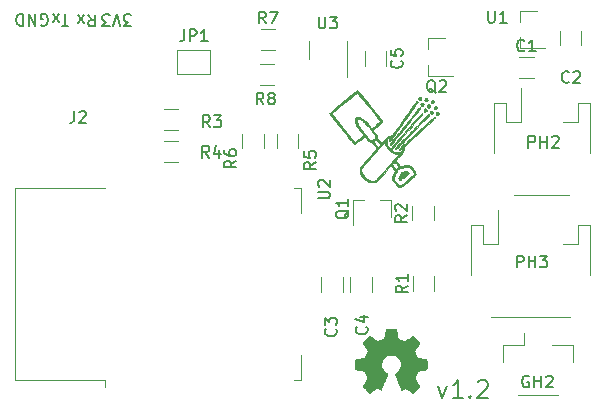
<source format=gbr>
G04 #@! TF.GenerationSoftware,KiCad,Pcbnew,(5.1.5-0-10_14)*
G04 #@! TF.CreationDate,2021-02-22T04:56:10+00:00*
G04 #@! TF.ProjectId,esp12f-si7021,65737031-3266-42d7-9369-373032312e6b,rev?*
G04 #@! TF.SameCoordinates,Original*
G04 #@! TF.FileFunction,Legend,Top*
G04 #@! TF.FilePolarity,Positive*
%FSLAX46Y46*%
G04 Gerber Fmt 4.6, Leading zero omitted, Abs format (unit mm)*
G04 Created by KiCad (PCBNEW (5.1.5-0-10_14)) date 2021-02-22 04:56:10*
%MOMM*%
%LPD*%
G04 APERTURE LIST*
%ADD10C,0.200000*%
%ADD11C,0.153000*%
%ADD12C,0.010000*%
%ADD13C,0.120000*%
%ADD14C,0.150000*%
G04 APERTURE END LIST*
D10*
X49876342Y-45962011D02*
X50233485Y-46962011D01*
X50590628Y-45962011D01*
X51947771Y-46962011D02*
X51090628Y-46962011D01*
X51519200Y-46962011D02*
X51519200Y-45462011D01*
X51376342Y-45676297D01*
X51233485Y-45819154D01*
X51090628Y-45890582D01*
X52590628Y-46819154D02*
X52662057Y-46890582D01*
X52590628Y-46962011D01*
X52519200Y-46890582D01*
X52590628Y-46819154D01*
X52590628Y-46962011D01*
X53233485Y-45604868D02*
X53304914Y-45533440D01*
X53447771Y-45462011D01*
X53804914Y-45462011D01*
X53947771Y-45533440D01*
X54019200Y-45604868D01*
X54090628Y-45747725D01*
X54090628Y-45890582D01*
X54019200Y-46104868D01*
X53162057Y-46962011D01*
X54090628Y-46962011D01*
D11*
X23874575Y-15467139D02*
X23255527Y-15467139D01*
X23588860Y-15086186D01*
X23446003Y-15086186D01*
X23350765Y-15038567D01*
X23303146Y-14990948D01*
X23255527Y-14895710D01*
X23255527Y-14657615D01*
X23303146Y-14562377D01*
X23350765Y-14514758D01*
X23446003Y-14467139D01*
X23731718Y-14467139D01*
X23826956Y-14514758D01*
X23874575Y-14562377D01*
X22969813Y-15467139D02*
X22636480Y-14467139D01*
X22303146Y-15467139D01*
X22065051Y-15467139D02*
X21446003Y-15467139D01*
X21779337Y-15086186D01*
X21636480Y-15086186D01*
X21541241Y-15038567D01*
X21493622Y-14990948D01*
X21446003Y-14895710D01*
X21446003Y-14657615D01*
X21493622Y-14562377D01*
X21541241Y-14514758D01*
X21636480Y-14467139D01*
X21922194Y-14467139D01*
X22017432Y-14514758D01*
X22065051Y-14562377D01*
X16245744Y-15389040D02*
X16340982Y-15436659D01*
X16483840Y-15436659D01*
X16626697Y-15389040D01*
X16721935Y-15293801D01*
X16769554Y-15198563D01*
X16817173Y-15008087D01*
X16817173Y-14865230D01*
X16769554Y-14674754D01*
X16721935Y-14579516D01*
X16626697Y-14484278D01*
X16483840Y-14436659D01*
X16388601Y-14436659D01*
X16245744Y-14484278D01*
X16198125Y-14531897D01*
X16198125Y-14865230D01*
X16388601Y-14865230D01*
X15769554Y-14436659D02*
X15769554Y-15436659D01*
X15198125Y-14436659D01*
X15198125Y-15436659D01*
X14721935Y-14436659D02*
X14721935Y-15436659D01*
X14483840Y-15436659D01*
X14340982Y-15389040D01*
X14245744Y-15293801D01*
X14198125Y-15198563D01*
X14150506Y-15008087D01*
X14150506Y-14865230D01*
X14198125Y-14674754D01*
X14245744Y-14579516D01*
X14340982Y-14484278D01*
X14483840Y-14436659D01*
X14721935Y-14436659D01*
X18556836Y-15467139D02*
X17985407Y-15467139D01*
X18271121Y-14467139D02*
X18271121Y-15467139D01*
X17747312Y-14467139D02*
X17223502Y-15133805D01*
X17747312Y-15133805D02*
X17223502Y-14467139D01*
X20232358Y-14497619D02*
X20565691Y-14973809D01*
X20803786Y-14497619D02*
X20803786Y-15497619D01*
X20422834Y-15497619D01*
X20327596Y-15450000D01*
X20279977Y-15402380D01*
X20232358Y-15307142D01*
X20232358Y-15164285D01*
X20279977Y-15069047D01*
X20327596Y-15021428D01*
X20422834Y-14973809D01*
X20803786Y-14973809D01*
X19899024Y-14497619D02*
X19375215Y-15164285D01*
X19899024Y-15164285D02*
X19375215Y-14497619D01*
D12*
G36*
X45920443Y-41090544D02*
G01*
X45998379Y-41091164D01*
X46072089Y-41092294D01*
X46138871Y-41093933D01*
X46196023Y-41096077D01*
X46240844Y-41098722D01*
X46270632Y-41101867D01*
X46282561Y-41105331D01*
X46286870Y-41118072D01*
X46294316Y-41148567D01*
X46304435Y-41194572D01*
X46316762Y-41253843D01*
X46330832Y-41324137D01*
X46346183Y-41403208D01*
X46362348Y-41488813D01*
X46366133Y-41509191D01*
X46387124Y-41621094D01*
X46405117Y-41713750D01*
X46420292Y-41787981D01*
X46432829Y-41844610D01*
X46442908Y-41884460D01*
X46450709Y-41908353D01*
X46455107Y-41916232D01*
X46468202Y-41923931D01*
X46497211Y-41937863D01*
X46539150Y-41956787D01*
X46591039Y-41979461D01*
X46649894Y-42004646D01*
X46712734Y-42031100D01*
X46776576Y-42057582D01*
X46838439Y-42082852D01*
X46895340Y-42105668D01*
X46944298Y-42124791D01*
X46982329Y-42138979D01*
X47006453Y-42146991D01*
X47012897Y-42148320D01*
X47024095Y-42142744D01*
X47050136Y-42126835D01*
X47089152Y-42101823D01*
X47139275Y-42068935D01*
X47198638Y-42029402D01*
X47265373Y-41984451D01*
X47337612Y-41935311D01*
X47361427Y-41919011D01*
X47457366Y-41853638D01*
X47537382Y-41799970D01*
X47601949Y-41757707D01*
X47651538Y-41726550D01*
X47686624Y-41706198D01*
X47707677Y-41696353D01*
X47714007Y-41695427D01*
X47725837Y-41703981D01*
X47749621Y-41725057D01*
X47783467Y-41756748D01*
X47825479Y-41797145D01*
X47873766Y-41844343D01*
X47926432Y-41896432D01*
X47981585Y-41951506D01*
X48037330Y-42007658D01*
X48091775Y-42062980D01*
X48143025Y-42115565D01*
X48189187Y-42163505D01*
X48228368Y-42204892D01*
X48258673Y-42237820D01*
X48278210Y-42260382D01*
X48285084Y-42270665D01*
X48279425Y-42282084D01*
X48263430Y-42308291D01*
X48238349Y-42347386D01*
X48205437Y-42397465D01*
X48165944Y-42456627D01*
X48121124Y-42522970D01*
X48072228Y-42594591D01*
X48061564Y-42610118D01*
X48011952Y-42682716D01*
X47966172Y-42750552D01*
X47925477Y-42811708D01*
X47891120Y-42864262D01*
X47864353Y-42906294D01*
X47846430Y-42935884D01*
X47838603Y-42951110D01*
X47838360Y-42952286D01*
X47842316Y-42966507D01*
X47853355Y-42996365D01*
X47870231Y-43038963D01*
X47891699Y-43091402D01*
X47916514Y-43150785D01*
X47943431Y-43214213D01*
X47971204Y-43278789D01*
X47998589Y-43341615D01*
X48024339Y-43399793D01*
X48047210Y-43450425D01*
X48065957Y-43490613D01*
X48079333Y-43517459D01*
X48085610Y-43527684D01*
X48098637Y-43532744D01*
X48129628Y-43540901D01*
X48176533Y-43551716D01*
X48237305Y-43564750D01*
X48309898Y-43579562D01*
X48392263Y-43595714D01*
X48478465Y-43612041D01*
X48563988Y-43628202D01*
X48643478Y-43643653D01*
X48714655Y-43657919D01*
X48775241Y-43670525D01*
X48822957Y-43680995D01*
X48855525Y-43688855D01*
X48870665Y-43693628D01*
X48871224Y-43693988D01*
X48874835Y-43706896D01*
X48877950Y-43737417D01*
X48880567Y-43782849D01*
X48882682Y-43840490D01*
X48884292Y-43907639D01*
X48885395Y-43981595D01*
X48885986Y-44059656D01*
X48886064Y-44139120D01*
X48885625Y-44217286D01*
X48884666Y-44291453D01*
X48883184Y-44358919D01*
X48881177Y-44416982D01*
X48878640Y-44462941D01*
X48875571Y-44494094D01*
X48872140Y-44507542D01*
X48861458Y-44513478D01*
X48836716Y-44521281D01*
X48796878Y-44531179D01*
X48740911Y-44543399D01*
X48667781Y-44558169D01*
X48576452Y-44575718D01*
X48488600Y-44592094D01*
X48404112Y-44607868D01*
X48325747Y-44622861D01*
X48255798Y-44636606D01*
X48196558Y-44648638D01*
X48150322Y-44658491D01*
X48119381Y-44665697D01*
X48106029Y-44669792D01*
X48105862Y-44669908D01*
X48099241Y-44681414D01*
X48086434Y-44709082D01*
X48068566Y-44750115D01*
X48046764Y-44801716D01*
X48022154Y-44861088D01*
X47995862Y-44925434D01*
X47969014Y-44991958D01*
X47942736Y-45057863D01*
X47918154Y-45120352D01*
X47896394Y-45176627D01*
X47878582Y-45223892D01*
X47865844Y-45259351D01*
X47859306Y-45280206D01*
X47858680Y-45283861D01*
X47864258Y-45295751D01*
X47880131Y-45322350D01*
X47905009Y-45361674D01*
X47937601Y-45411739D01*
X47976614Y-45470561D01*
X48020758Y-45536157D01*
X48067735Y-45605075D01*
X48115839Y-45675392D01*
X48160355Y-45740806D01*
X48199955Y-45799336D01*
X48233308Y-45849004D01*
X48259086Y-45887829D01*
X48275959Y-45913833D01*
X48282567Y-45924952D01*
X48277074Y-45935700D01*
X48258730Y-45958576D01*
X48229407Y-45991707D01*
X48190979Y-46033216D01*
X48145317Y-46081230D01*
X48094294Y-46133872D01*
X48039783Y-46189268D01*
X47983657Y-46245543D01*
X47927788Y-46300823D01*
X47874049Y-46353232D01*
X47824314Y-46400894D01*
X47780453Y-46441937D01*
X47744341Y-46474483D01*
X47717850Y-46496660D01*
X47702852Y-46506590D01*
X47701268Y-46506945D01*
X47687539Y-46501351D01*
X47659721Y-46485630D01*
X47620333Y-46461366D01*
X47571894Y-46430140D01*
X47516923Y-46393536D01*
X47472600Y-46363282D01*
X47408303Y-46319027D01*
X47343232Y-46274405D01*
X47281283Y-46232071D01*
X47226348Y-46194687D01*
X47182324Y-46164910D01*
X47165951Y-46153926D01*
X47067583Y-46088221D01*
X46914863Y-46168050D01*
X46858400Y-46197301D01*
X46817069Y-46217868D01*
X46788160Y-46230795D01*
X46768964Y-46237125D01*
X46756772Y-46237903D01*
X46748876Y-46234172D01*
X46747238Y-46232640D01*
X46740630Y-46220545D01*
X46727183Y-46191504D01*
X46707676Y-46147399D01*
X46682887Y-46090110D01*
X46653592Y-46021519D01*
X46620571Y-45943507D01*
X46584601Y-45857954D01*
X46546460Y-45766743D01*
X46506926Y-45671753D01*
X46466777Y-45574867D01*
X46426791Y-45477965D01*
X46387746Y-45382928D01*
X46350419Y-45291637D01*
X46315590Y-45205974D01*
X46284034Y-45127820D01*
X46256532Y-45059056D01*
X46233860Y-45001562D01*
X46216796Y-44957220D01*
X46206119Y-44927911D01*
X46202600Y-44915670D01*
X46208882Y-44900817D01*
X46228950Y-44881111D01*
X46264633Y-44854910D01*
X46286420Y-44840468D01*
X46327528Y-44811000D01*
X46376109Y-44771870D01*
X46425862Y-44728357D01*
X46467291Y-44688951D01*
X46509911Y-44645303D01*
X46541578Y-44609651D01*
X46566419Y-44576365D01*
X46588558Y-44539817D01*
X46612120Y-44494379D01*
X46616685Y-44485120D01*
X46650501Y-44412637D01*
X46674616Y-44350521D01*
X46690570Y-44292210D01*
X46699902Y-44231145D01*
X46704154Y-44160762D01*
X46704915Y-44109200D01*
X46704493Y-44046558D01*
X46702302Y-43998256D01*
X46697721Y-43958343D01*
X46690126Y-43920871D01*
X46682070Y-43890760D01*
X46636281Y-43766501D01*
X46573959Y-43652973D01*
X46496419Y-43551465D01*
X46404970Y-43463264D01*
X46300927Y-43389659D01*
X46185599Y-43331939D01*
X46075600Y-43295250D01*
X45994533Y-43280222D01*
X45903039Y-43273449D01*
X45809051Y-43274925D01*
X45720503Y-43284645D01*
X45669200Y-43295494D01*
X45549183Y-43337087D01*
X45438755Y-43394833D01*
X45339130Y-43466967D01*
X45251525Y-43551727D01*
X45177156Y-43647345D01*
X45117239Y-43752059D01*
X45072991Y-43864103D01*
X45045628Y-43981713D01*
X45036365Y-44103123D01*
X45043088Y-44203964D01*
X45068381Y-44330922D01*
X45109649Y-44447261D01*
X45167685Y-44554235D01*
X45243280Y-44653097D01*
X45337225Y-44745100D01*
X45430440Y-44817675D01*
X45471263Y-44847147D01*
X45506036Y-44873308D01*
X45531343Y-44893512D01*
X45543769Y-44905115D01*
X45544236Y-44905810D01*
X45545608Y-44908379D01*
X45546401Y-44911596D01*
X45546128Y-44916686D01*
X45544305Y-44924873D01*
X45540446Y-44937381D01*
X45534066Y-44955437D01*
X45524680Y-44980263D01*
X45511803Y-45013085D01*
X45494948Y-45055128D01*
X45473631Y-45107616D01*
X45447366Y-45171773D01*
X45415668Y-45248825D01*
X45378052Y-45339995D01*
X45334032Y-45446509D01*
X45283123Y-45569591D01*
X45236839Y-45681464D01*
X45181574Y-45814478D01*
X45133559Y-45928828D01*
X45092672Y-46024790D01*
X45058792Y-46102638D01*
X45031799Y-46162644D01*
X45011572Y-46205084D01*
X44997991Y-46230231D01*
X44991369Y-46238298D01*
X44975515Y-46235700D01*
X44944726Y-46223738D01*
X44901489Y-46203509D01*
X44848288Y-46176108D01*
X44838969Y-46171105D01*
X44790145Y-46145492D01*
X44746200Y-46123804D01*
X44710859Y-46107778D01*
X44687844Y-46099148D01*
X44682485Y-46098141D01*
X44669345Y-46103712D01*
X44641596Y-46119607D01*
X44601290Y-46144513D01*
X44550475Y-46177116D01*
X44491203Y-46216105D01*
X44425522Y-46260166D01*
X44363472Y-46302490D01*
X44293821Y-46349957D01*
X44228764Y-46393525D01*
X44170348Y-46431879D01*
X44120623Y-46463706D01*
X44081638Y-46487693D01*
X44055444Y-46502524D01*
X44044557Y-46506960D01*
X44031350Y-46500102D01*
X44005441Y-46479398D01*
X43966614Y-46444649D01*
X43914658Y-46395658D01*
X43849360Y-46332227D01*
X43770506Y-46254159D01*
X43746350Y-46230031D01*
X43664375Y-46147456D01*
X43596563Y-46077938D01*
X43543055Y-46021628D01*
X43503989Y-45978677D01*
X43479506Y-45949235D01*
X43469746Y-45933452D01*
X43469560Y-45932217D01*
X43475150Y-45919264D01*
X43491057Y-45891661D01*
X43515982Y-45851430D01*
X43548626Y-45800593D01*
X43587692Y-45741174D01*
X43631881Y-45675195D01*
X43677840Y-45607676D01*
X43725721Y-45537311D01*
X43769724Y-45471569D01*
X43808550Y-45412474D01*
X43840903Y-45362047D01*
X43865482Y-45322311D01*
X43880990Y-45295287D01*
X43886139Y-45283190D01*
X43882390Y-45267576D01*
X43871905Y-45236167D01*
X43855842Y-45191860D01*
X43835360Y-45137552D01*
X43811619Y-45076140D01*
X43785778Y-45010521D01*
X43758997Y-44943591D01*
X43732433Y-44878246D01*
X43707248Y-44817384D01*
X43684599Y-44763901D01*
X43665646Y-44720695D01*
X43651549Y-44690660D01*
X43643466Y-44676696D01*
X43643402Y-44676630D01*
X43630624Y-44670092D01*
X43602623Y-44661557D01*
X43558482Y-44650821D01*
X43497282Y-44637680D01*
X43418108Y-44621930D01*
X43320042Y-44603366D01*
X43286680Y-44597196D01*
X43185153Y-44578490D01*
X43101782Y-44563023D01*
X43034737Y-44550339D01*
X42982191Y-44539983D01*
X42942317Y-44531502D01*
X42913287Y-44524441D01*
X42893274Y-44518345D01*
X42880451Y-44512760D01*
X42872989Y-44507232D01*
X42869061Y-44501305D01*
X42866841Y-44494526D01*
X42866343Y-44492661D01*
X42864948Y-44477554D01*
X42863658Y-44444545D01*
X42862511Y-44396052D01*
X42861543Y-44334494D01*
X42860794Y-44262289D01*
X42860300Y-44181856D01*
X42860099Y-44095611D01*
X42860098Y-44093361D01*
X42860231Y-43989075D01*
X42860748Y-43903564D01*
X42861697Y-43835289D01*
X42863129Y-43782709D01*
X42865091Y-43744283D01*
X42867633Y-43718470D01*
X42870805Y-43703729D01*
X42872660Y-43700006D01*
X42881820Y-43694302D01*
X42902505Y-43687185D01*
X42936055Y-43678357D01*
X42983814Y-43667519D01*
X43047121Y-43654372D01*
X43127320Y-43638618D01*
X43225751Y-43619958D01*
X43265174Y-43612608D01*
X43368706Y-43593184D01*
X43453768Y-43576771D01*
X43521928Y-43563018D01*
X43574757Y-43551572D01*
X43613823Y-43542082D01*
X43640695Y-43534194D01*
X43656943Y-43527558D01*
X43662939Y-43523362D01*
X43671998Y-43508758D01*
X43687308Y-43478394D01*
X43707601Y-43435235D01*
X43731610Y-43382248D01*
X43758064Y-43322400D01*
X43785697Y-43258655D01*
X43813241Y-43193981D01*
X43839426Y-43131344D01*
X43862985Y-43073709D01*
X43882650Y-43024044D01*
X43897151Y-42985313D01*
X43905222Y-42960483D01*
X43906460Y-42953816D01*
X43900817Y-42940327D01*
X43884693Y-42912071D01*
X43859283Y-42870908D01*
X43825781Y-42818703D01*
X43785382Y-42757318D01*
X43739280Y-42688616D01*
X43691474Y-42618536D01*
X43642576Y-42546957D01*
X43597321Y-42479865D01*
X43557024Y-42419272D01*
X43523000Y-42367194D01*
X43496565Y-42325644D01*
X43479034Y-42296637D01*
X43471721Y-42282186D01*
X43471643Y-42281858D01*
X43472197Y-42273911D01*
X43477415Y-42262636D01*
X43488523Y-42246679D01*
X43506750Y-42224684D01*
X43533321Y-42195293D01*
X43569465Y-42157153D01*
X43616407Y-42108906D01*
X43675375Y-42049197D01*
X43747596Y-41976671D01*
X43750108Y-41974155D01*
X43826433Y-41898211D01*
X43892788Y-41833212D01*
X43948453Y-41779834D01*
X43992704Y-41738754D01*
X44024819Y-41710646D01*
X44044076Y-41696189D01*
X44049103Y-41694332D01*
X44060775Y-41700818D01*
X44087205Y-41717580D01*
X44126448Y-41743319D01*
X44176558Y-41776737D01*
X44235593Y-41816538D01*
X44301606Y-41861423D01*
X44372653Y-41910094D01*
X44379303Y-41914668D01*
X44451194Y-41963921D01*
X44518657Y-42009744D01*
X44579672Y-42050795D01*
X44632215Y-42085730D01*
X44674266Y-42113204D01*
X44703801Y-42131875D01*
X44718800Y-42140398D01*
X44719240Y-42140575D01*
X44729593Y-42142329D01*
X44744983Y-42140715D01*
X44767527Y-42135007D01*
X44799339Y-42124481D01*
X44842537Y-42108414D01*
X44899238Y-42086081D01*
X44971557Y-42056757D01*
X45008800Y-42041482D01*
X45077851Y-42013097D01*
X45141062Y-41987118D01*
X45195906Y-41964584D01*
X45239858Y-41946532D01*
X45270392Y-41934001D01*
X45284981Y-41928026D01*
X45285567Y-41927788D01*
X45290659Y-41924569D01*
X45295578Y-41918029D01*
X45300719Y-41906405D01*
X45306481Y-41887937D01*
X45313259Y-41860864D01*
X45321450Y-41823424D01*
X45331451Y-41773857D01*
X45343660Y-41710400D01*
X45358472Y-41631293D01*
X45376285Y-41534775D01*
X45385817Y-41482840D01*
X45405526Y-41376786D01*
X45422302Y-41289766D01*
X45436375Y-41220740D01*
X45447972Y-41168668D01*
X45457322Y-41132511D01*
X45464654Y-41111230D01*
X45468998Y-41104380D01*
X45483486Y-41100794D01*
X45515362Y-41097745D01*
X45561922Y-41095230D01*
X45620466Y-41093245D01*
X45688291Y-41091787D01*
X45762697Y-41090853D01*
X45840981Y-41090440D01*
X45920443Y-41090544D01*
G37*
X45920443Y-41090544D02*
X45998379Y-41091164D01*
X46072089Y-41092294D01*
X46138871Y-41093933D01*
X46196023Y-41096077D01*
X46240844Y-41098722D01*
X46270632Y-41101867D01*
X46282561Y-41105331D01*
X46286870Y-41118072D01*
X46294316Y-41148567D01*
X46304435Y-41194572D01*
X46316762Y-41253843D01*
X46330832Y-41324137D01*
X46346183Y-41403208D01*
X46362348Y-41488813D01*
X46366133Y-41509191D01*
X46387124Y-41621094D01*
X46405117Y-41713750D01*
X46420292Y-41787981D01*
X46432829Y-41844610D01*
X46442908Y-41884460D01*
X46450709Y-41908353D01*
X46455107Y-41916232D01*
X46468202Y-41923931D01*
X46497211Y-41937863D01*
X46539150Y-41956787D01*
X46591039Y-41979461D01*
X46649894Y-42004646D01*
X46712734Y-42031100D01*
X46776576Y-42057582D01*
X46838439Y-42082852D01*
X46895340Y-42105668D01*
X46944298Y-42124791D01*
X46982329Y-42138979D01*
X47006453Y-42146991D01*
X47012897Y-42148320D01*
X47024095Y-42142744D01*
X47050136Y-42126835D01*
X47089152Y-42101823D01*
X47139275Y-42068935D01*
X47198638Y-42029402D01*
X47265373Y-41984451D01*
X47337612Y-41935311D01*
X47361427Y-41919011D01*
X47457366Y-41853638D01*
X47537382Y-41799970D01*
X47601949Y-41757707D01*
X47651538Y-41726550D01*
X47686624Y-41706198D01*
X47707677Y-41696353D01*
X47714007Y-41695427D01*
X47725837Y-41703981D01*
X47749621Y-41725057D01*
X47783467Y-41756748D01*
X47825479Y-41797145D01*
X47873766Y-41844343D01*
X47926432Y-41896432D01*
X47981585Y-41951506D01*
X48037330Y-42007658D01*
X48091775Y-42062980D01*
X48143025Y-42115565D01*
X48189187Y-42163505D01*
X48228368Y-42204892D01*
X48258673Y-42237820D01*
X48278210Y-42260382D01*
X48285084Y-42270665D01*
X48279425Y-42282084D01*
X48263430Y-42308291D01*
X48238349Y-42347386D01*
X48205437Y-42397465D01*
X48165944Y-42456627D01*
X48121124Y-42522970D01*
X48072228Y-42594591D01*
X48061564Y-42610118D01*
X48011952Y-42682716D01*
X47966172Y-42750552D01*
X47925477Y-42811708D01*
X47891120Y-42864262D01*
X47864353Y-42906294D01*
X47846430Y-42935884D01*
X47838603Y-42951110D01*
X47838360Y-42952286D01*
X47842316Y-42966507D01*
X47853355Y-42996365D01*
X47870231Y-43038963D01*
X47891699Y-43091402D01*
X47916514Y-43150785D01*
X47943431Y-43214213D01*
X47971204Y-43278789D01*
X47998589Y-43341615D01*
X48024339Y-43399793D01*
X48047210Y-43450425D01*
X48065957Y-43490613D01*
X48079333Y-43517459D01*
X48085610Y-43527684D01*
X48098637Y-43532744D01*
X48129628Y-43540901D01*
X48176533Y-43551716D01*
X48237305Y-43564750D01*
X48309898Y-43579562D01*
X48392263Y-43595714D01*
X48478465Y-43612041D01*
X48563988Y-43628202D01*
X48643478Y-43643653D01*
X48714655Y-43657919D01*
X48775241Y-43670525D01*
X48822957Y-43680995D01*
X48855525Y-43688855D01*
X48870665Y-43693628D01*
X48871224Y-43693988D01*
X48874835Y-43706896D01*
X48877950Y-43737417D01*
X48880567Y-43782849D01*
X48882682Y-43840490D01*
X48884292Y-43907639D01*
X48885395Y-43981595D01*
X48885986Y-44059656D01*
X48886064Y-44139120D01*
X48885625Y-44217286D01*
X48884666Y-44291453D01*
X48883184Y-44358919D01*
X48881177Y-44416982D01*
X48878640Y-44462941D01*
X48875571Y-44494094D01*
X48872140Y-44507542D01*
X48861458Y-44513478D01*
X48836716Y-44521281D01*
X48796878Y-44531179D01*
X48740911Y-44543399D01*
X48667781Y-44558169D01*
X48576452Y-44575718D01*
X48488600Y-44592094D01*
X48404112Y-44607868D01*
X48325747Y-44622861D01*
X48255798Y-44636606D01*
X48196558Y-44648638D01*
X48150322Y-44658491D01*
X48119381Y-44665697D01*
X48106029Y-44669792D01*
X48105862Y-44669908D01*
X48099241Y-44681414D01*
X48086434Y-44709082D01*
X48068566Y-44750115D01*
X48046764Y-44801716D01*
X48022154Y-44861088D01*
X47995862Y-44925434D01*
X47969014Y-44991958D01*
X47942736Y-45057863D01*
X47918154Y-45120352D01*
X47896394Y-45176627D01*
X47878582Y-45223892D01*
X47865844Y-45259351D01*
X47859306Y-45280206D01*
X47858680Y-45283861D01*
X47864258Y-45295751D01*
X47880131Y-45322350D01*
X47905009Y-45361674D01*
X47937601Y-45411739D01*
X47976614Y-45470561D01*
X48020758Y-45536157D01*
X48067735Y-45605075D01*
X48115839Y-45675392D01*
X48160355Y-45740806D01*
X48199955Y-45799336D01*
X48233308Y-45849004D01*
X48259086Y-45887829D01*
X48275959Y-45913833D01*
X48282567Y-45924952D01*
X48277074Y-45935700D01*
X48258730Y-45958576D01*
X48229407Y-45991707D01*
X48190979Y-46033216D01*
X48145317Y-46081230D01*
X48094294Y-46133872D01*
X48039783Y-46189268D01*
X47983657Y-46245543D01*
X47927788Y-46300823D01*
X47874049Y-46353232D01*
X47824314Y-46400894D01*
X47780453Y-46441937D01*
X47744341Y-46474483D01*
X47717850Y-46496660D01*
X47702852Y-46506590D01*
X47701268Y-46506945D01*
X47687539Y-46501351D01*
X47659721Y-46485630D01*
X47620333Y-46461366D01*
X47571894Y-46430140D01*
X47516923Y-46393536D01*
X47472600Y-46363282D01*
X47408303Y-46319027D01*
X47343232Y-46274405D01*
X47281283Y-46232071D01*
X47226348Y-46194687D01*
X47182324Y-46164910D01*
X47165951Y-46153926D01*
X47067583Y-46088221D01*
X46914863Y-46168050D01*
X46858400Y-46197301D01*
X46817069Y-46217868D01*
X46788160Y-46230795D01*
X46768964Y-46237125D01*
X46756772Y-46237903D01*
X46748876Y-46234172D01*
X46747238Y-46232640D01*
X46740630Y-46220545D01*
X46727183Y-46191504D01*
X46707676Y-46147399D01*
X46682887Y-46090110D01*
X46653592Y-46021519D01*
X46620571Y-45943507D01*
X46584601Y-45857954D01*
X46546460Y-45766743D01*
X46506926Y-45671753D01*
X46466777Y-45574867D01*
X46426791Y-45477965D01*
X46387746Y-45382928D01*
X46350419Y-45291637D01*
X46315590Y-45205974D01*
X46284034Y-45127820D01*
X46256532Y-45059056D01*
X46233860Y-45001562D01*
X46216796Y-44957220D01*
X46206119Y-44927911D01*
X46202600Y-44915670D01*
X46208882Y-44900817D01*
X46228950Y-44881111D01*
X46264633Y-44854910D01*
X46286420Y-44840468D01*
X46327528Y-44811000D01*
X46376109Y-44771870D01*
X46425862Y-44728357D01*
X46467291Y-44688951D01*
X46509911Y-44645303D01*
X46541578Y-44609651D01*
X46566419Y-44576365D01*
X46588558Y-44539817D01*
X46612120Y-44494379D01*
X46616685Y-44485120D01*
X46650501Y-44412637D01*
X46674616Y-44350521D01*
X46690570Y-44292210D01*
X46699902Y-44231145D01*
X46704154Y-44160762D01*
X46704915Y-44109200D01*
X46704493Y-44046558D01*
X46702302Y-43998256D01*
X46697721Y-43958343D01*
X46690126Y-43920871D01*
X46682070Y-43890760D01*
X46636281Y-43766501D01*
X46573959Y-43652973D01*
X46496419Y-43551465D01*
X46404970Y-43463264D01*
X46300927Y-43389659D01*
X46185599Y-43331939D01*
X46075600Y-43295250D01*
X45994533Y-43280222D01*
X45903039Y-43273449D01*
X45809051Y-43274925D01*
X45720503Y-43284645D01*
X45669200Y-43295494D01*
X45549183Y-43337087D01*
X45438755Y-43394833D01*
X45339130Y-43466967D01*
X45251525Y-43551727D01*
X45177156Y-43647345D01*
X45117239Y-43752059D01*
X45072991Y-43864103D01*
X45045628Y-43981713D01*
X45036365Y-44103123D01*
X45043088Y-44203964D01*
X45068381Y-44330922D01*
X45109649Y-44447261D01*
X45167685Y-44554235D01*
X45243280Y-44653097D01*
X45337225Y-44745100D01*
X45430440Y-44817675D01*
X45471263Y-44847147D01*
X45506036Y-44873308D01*
X45531343Y-44893512D01*
X45543769Y-44905115D01*
X45544236Y-44905810D01*
X45545608Y-44908379D01*
X45546401Y-44911596D01*
X45546128Y-44916686D01*
X45544305Y-44924873D01*
X45540446Y-44937381D01*
X45534066Y-44955437D01*
X45524680Y-44980263D01*
X45511803Y-45013085D01*
X45494948Y-45055128D01*
X45473631Y-45107616D01*
X45447366Y-45171773D01*
X45415668Y-45248825D01*
X45378052Y-45339995D01*
X45334032Y-45446509D01*
X45283123Y-45569591D01*
X45236839Y-45681464D01*
X45181574Y-45814478D01*
X45133559Y-45928828D01*
X45092672Y-46024790D01*
X45058792Y-46102638D01*
X45031799Y-46162644D01*
X45011572Y-46205084D01*
X44997991Y-46230231D01*
X44991369Y-46238298D01*
X44975515Y-46235700D01*
X44944726Y-46223738D01*
X44901489Y-46203509D01*
X44848288Y-46176108D01*
X44838969Y-46171105D01*
X44790145Y-46145492D01*
X44746200Y-46123804D01*
X44710859Y-46107778D01*
X44687844Y-46099148D01*
X44682485Y-46098141D01*
X44669345Y-46103712D01*
X44641596Y-46119607D01*
X44601290Y-46144513D01*
X44550475Y-46177116D01*
X44491203Y-46216105D01*
X44425522Y-46260166D01*
X44363472Y-46302490D01*
X44293821Y-46349957D01*
X44228764Y-46393525D01*
X44170348Y-46431879D01*
X44120623Y-46463706D01*
X44081638Y-46487693D01*
X44055444Y-46502524D01*
X44044557Y-46506960D01*
X44031350Y-46500102D01*
X44005441Y-46479398D01*
X43966614Y-46444649D01*
X43914658Y-46395658D01*
X43849360Y-46332227D01*
X43770506Y-46254159D01*
X43746350Y-46230031D01*
X43664375Y-46147456D01*
X43596563Y-46077938D01*
X43543055Y-46021628D01*
X43503989Y-45978677D01*
X43479506Y-45949235D01*
X43469746Y-45933452D01*
X43469560Y-45932217D01*
X43475150Y-45919264D01*
X43491057Y-45891661D01*
X43515982Y-45851430D01*
X43548626Y-45800593D01*
X43587692Y-45741174D01*
X43631881Y-45675195D01*
X43677840Y-45607676D01*
X43725721Y-45537311D01*
X43769724Y-45471569D01*
X43808550Y-45412474D01*
X43840903Y-45362047D01*
X43865482Y-45322311D01*
X43880990Y-45295287D01*
X43886139Y-45283190D01*
X43882390Y-45267576D01*
X43871905Y-45236167D01*
X43855842Y-45191860D01*
X43835360Y-45137552D01*
X43811619Y-45076140D01*
X43785778Y-45010521D01*
X43758997Y-44943591D01*
X43732433Y-44878246D01*
X43707248Y-44817384D01*
X43684599Y-44763901D01*
X43665646Y-44720695D01*
X43651549Y-44690660D01*
X43643466Y-44676696D01*
X43643402Y-44676630D01*
X43630624Y-44670092D01*
X43602623Y-44661557D01*
X43558482Y-44650821D01*
X43497282Y-44637680D01*
X43418108Y-44621930D01*
X43320042Y-44603366D01*
X43286680Y-44597196D01*
X43185153Y-44578490D01*
X43101782Y-44563023D01*
X43034737Y-44550339D01*
X42982191Y-44539983D01*
X42942317Y-44531502D01*
X42913287Y-44524441D01*
X42893274Y-44518345D01*
X42880451Y-44512760D01*
X42872989Y-44507232D01*
X42869061Y-44501305D01*
X42866841Y-44494526D01*
X42866343Y-44492661D01*
X42864948Y-44477554D01*
X42863658Y-44444545D01*
X42862511Y-44396052D01*
X42861543Y-44334494D01*
X42860794Y-44262289D01*
X42860300Y-44181856D01*
X42860099Y-44095611D01*
X42860098Y-44093361D01*
X42860231Y-43989075D01*
X42860748Y-43903564D01*
X42861697Y-43835289D01*
X42863129Y-43782709D01*
X42865091Y-43744283D01*
X42867633Y-43718470D01*
X42870805Y-43703729D01*
X42872660Y-43700006D01*
X42881820Y-43694302D01*
X42902505Y-43687185D01*
X42936055Y-43678357D01*
X42983814Y-43667519D01*
X43047121Y-43654372D01*
X43127320Y-43638618D01*
X43225751Y-43619958D01*
X43265174Y-43612608D01*
X43368706Y-43593184D01*
X43453768Y-43576771D01*
X43521928Y-43563018D01*
X43574757Y-43551572D01*
X43613823Y-43542082D01*
X43640695Y-43534194D01*
X43656943Y-43527558D01*
X43662939Y-43523362D01*
X43671998Y-43508758D01*
X43687308Y-43478394D01*
X43707601Y-43435235D01*
X43731610Y-43382248D01*
X43758064Y-43322400D01*
X43785697Y-43258655D01*
X43813241Y-43193981D01*
X43839426Y-43131344D01*
X43862985Y-43073709D01*
X43882650Y-43024044D01*
X43897151Y-42985313D01*
X43905222Y-42960483D01*
X43906460Y-42953816D01*
X43900817Y-42940327D01*
X43884693Y-42912071D01*
X43859283Y-42870908D01*
X43825781Y-42818703D01*
X43785382Y-42757318D01*
X43739280Y-42688616D01*
X43691474Y-42618536D01*
X43642576Y-42546957D01*
X43597321Y-42479865D01*
X43557024Y-42419272D01*
X43523000Y-42367194D01*
X43496565Y-42325644D01*
X43479034Y-42296637D01*
X43471721Y-42282186D01*
X43471643Y-42281858D01*
X43472197Y-42273911D01*
X43477415Y-42262636D01*
X43488523Y-42246679D01*
X43506750Y-42224684D01*
X43533321Y-42195293D01*
X43569465Y-42157153D01*
X43616407Y-42108906D01*
X43675375Y-42049197D01*
X43747596Y-41976671D01*
X43750108Y-41974155D01*
X43826433Y-41898211D01*
X43892788Y-41833212D01*
X43948453Y-41779834D01*
X43992704Y-41738754D01*
X44024819Y-41710646D01*
X44044076Y-41696189D01*
X44049103Y-41694332D01*
X44060775Y-41700818D01*
X44087205Y-41717580D01*
X44126448Y-41743319D01*
X44176558Y-41776737D01*
X44235593Y-41816538D01*
X44301606Y-41861423D01*
X44372653Y-41910094D01*
X44379303Y-41914668D01*
X44451194Y-41963921D01*
X44518657Y-42009744D01*
X44579672Y-42050795D01*
X44632215Y-42085730D01*
X44674266Y-42113204D01*
X44703801Y-42131875D01*
X44718800Y-42140398D01*
X44719240Y-42140575D01*
X44729593Y-42142329D01*
X44744983Y-42140715D01*
X44767527Y-42135007D01*
X44799339Y-42124481D01*
X44842537Y-42108414D01*
X44899238Y-42086081D01*
X44971557Y-42056757D01*
X45008800Y-42041482D01*
X45077851Y-42013097D01*
X45141062Y-41987118D01*
X45195906Y-41964584D01*
X45239858Y-41946532D01*
X45270392Y-41934001D01*
X45284981Y-41928026D01*
X45285567Y-41927788D01*
X45290659Y-41924569D01*
X45295578Y-41918029D01*
X45300719Y-41906405D01*
X45306481Y-41887937D01*
X45313259Y-41860864D01*
X45321450Y-41823424D01*
X45331451Y-41773857D01*
X45343660Y-41710400D01*
X45358472Y-41631293D01*
X45376285Y-41534775D01*
X45385817Y-41482840D01*
X45405526Y-41376786D01*
X45422302Y-41289766D01*
X45436375Y-41220740D01*
X45447972Y-41168668D01*
X45457322Y-41132511D01*
X45464654Y-41111230D01*
X45468998Y-41104380D01*
X45483486Y-41100794D01*
X45515362Y-41097745D01*
X45561922Y-41095230D01*
X45620466Y-41093245D01*
X45688291Y-41091787D01*
X45762697Y-41090853D01*
X45840981Y-41090440D01*
X45920443Y-41090544D01*
G36*
X47255715Y-27749466D02*
G01*
X47309716Y-27787482D01*
X47347104Y-27844802D01*
X47357435Y-27903431D01*
X47353765Y-27918406D01*
X47332417Y-27943217D01*
X47281902Y-27990444D01*
X47208985Y-28054532D01*
X47120433Y-28129924D01*
X47023012Y-28211062D01*
X46923487Y-28292392D01*
X46828626Y-28368355D01*
X46745193Y-28433395D01*
X46679956Y-28481955D01*
X46639680Y-28508479D01*
X46631275Y-28511753D01*
X46599717Y-28496291D01*
X46556655Y-28458721D01*
X46553335Y-28455237D01*
X46520702Y-28412397D01*
X46505597Y-28365713D01*
X46508969Y-28306758D01*
X46518270Y-28274260D01*
X46679017Y-28274260D01*
X46682374Y-28280844D01*
X46705197Y-28267096D01*
X46756233Y-28229609D01*
X46828059Y-28174016D01*
X46913249Y-28105947D01*
X46918255Y-28101889D01*
X47009460Y-28026917D01*
X47068122Y-27975567D01*
X47098278Y-27943272D01*
X47103968Y-27925467D01*
X47089228Y-27917586D01*
X47082176Y-27916557D01*
X46990236Y-27921252D01*
X46896708Y-27949977D01*
X46818661Y-27995818D01*
X46779380Y-28039233D01*
X46742519Y-28108123D01*
X46710377Y-28178048D01*
X46687646Y-28237323D01*
X46679017Y-28274260D01*
X46518270Y-28274260D01*
X46531767Y-28227103D01*
X46574939Y-28118321D01*
X46596997Y-28067333D01*
X46648618Y-27956118D01*
X46689758Y-27883365D01*
X46723902Y-27843518D01*
X46744202Y-27832572D01*
X46896075Y-27793288D01*
X47031426Y-27764638D01*
X47142869Y-27747823D01*
X47223019Y-27744042D01*
X47255715Y-27749466D01*
G37*
X47255715Y-27749466D02*
X47309716Y-27787482D01*
X47347104Y-27844802D01*
X47357435Y-27903431D01*
X47353765Y-27918406D01*
X47332417Y-27943217D01*
X47281902Y-27990444D01*
X47208985Y-28054532D01*
X47120433Y-28129924D01*
X47023012Y-28211062D01*
X46923487Y-28292392D01*
X46828626Y-28368355D01*
X46745193Y-28433395D01*
X46679956Y-28481955D01*
X46639680Y-28508479D01*
X46631275Y-28511753D01*
X46599717Y-28496291D01*
X46556655Y-28458721D01*
X46553335Y-28455237D01*
X46520702Y-28412397D01*
X46505597Y-28365713D01*
X46508969Y-28306758D01*
X46518270Y-28274260D01*
X46679017Y-28274260D01*
X46682374Y-28280844D01*
X46705197Y-28267096D01*
X46756233Y-28229609D01*
X46828059Y-28174016D01*
X46913249Y-28105947D01*
X46918255Y-28101889D01*
X47009460Y-28026917D01*
X47068122Y-27975567D01*
X47098278Y-27943272D01*
X47103968Y-27925467D01*
X47089228Y-27917586D01*
X47082176Y-27916557D01*
X46990236Y-27921252D01*
X46896708Y-27949977D01*
X46818661Y-27995818D01*
X46779380Y-28039233D01*
X46742519Y-28108123D01*
X46710377Y-28178048D01*
X46687646Y-28237323D01*
X46679017Y-28274260D01*
X46518270Y-28274260D01*
X46531767Y-28227103D01*
X46574939Y-28118321D01*
X46596997Y-28067333D01*
X46648618Y-27956118D01*
X46689758Y-27883365D01*
X46723902Y-27843518D01*
X46744202Y-27832572D01*
X46896075Y-27793288D01*
X47031426Y-27764638D01*
X47142869Y-27747823D01*
X47223019Y-27744042D01*
X47255715Y-27749466D01*
G36*
X48388092Y-21478558D02*
G01*
X48434570Y-21531104D01*
X48445421Y-21594274D01*
X48425014Y-21655608D01*
X48377720Y-21702647D01*
X48307910Y-21722930D01*
X48302342Y-21723025D01*
X48248915Y-21712532D01*
X48221154Y-21694162D01*
X48185159Y-21620976D01*
X48184350Y-21551545D01*
X48211986Y-21494579D01*
X48261323Y-21458785D01*
X48325618Y-21452871D01*
X48388092Y-21478558D01*
G37*
X48388092Y-21478558D02*
X48434570Y-21531104D01*
X48445421Y-21594274D01*
X48425014Y-21655608D01*
X48377720Y-21702647D01*
X48307910Y-21722930D01*
X48302342Y-21723025D01*
X48248915Y-21712532D01*
X48221154Y-21694162D01*
X48185159Y-21620976D01*
X48184350Y-21551545D01*
X48211986Y-21494579D01*
X48261323Y-21458785D01*
X48325618Y-21452871D01*
X48388092Y-21478558D01*
G36*
X48897239Y-21573005D02*
G01*
X48922276Y-21597187D01*
X48962607Y-21649185D01*
X48969314Y-21699427D01*
X48965577Y-21718183D01*
X48944848Y-21770330D01*
X48922956Y-21797486D01*
X48859800Y-21814707D01*
X48788545Y-21804270D01*
X48737866Y-21773162D01*
X48703187Y-21707380D01*
X48713408Y-21641094D01*
X48760492Y-21586156D01*
X48814738Y-21548833D01*
X48854302Y-21544039D01*
X48897239Y-21573005D01*
G37*
X48897239Y-21573005D02*
X48922276Y-21597187D01*
X48962607Y-21649185D01*
X48969314Y-21699427D01*
X48965577Y-21718183D01*
X48944848Y-21770330D01*
X48922956Y-21797486D01*
X48859800Y-21814707D01*
X48788545Y-21804270D01*
X48737866Y-21773162D01*
X48703187Y-21707380D01*
X48713408Y-21641094D01*
X48760492Y-21586156D01*
X48814738Y-21548833D01*
X48854302Y-21544039D01*
X48897239Y-21573005D01*
G36*
X49405899Y-21753262D02*
G01*
X49465376Y-21784600D01*
X49502161Y-21840062D01*
X49507833Y-21877128D01*
X49488895Y-21933367D01*
X49442744Y-21980912D01*
X49385374Y-22007058D01*
X49346196Y-22005533D01*
X49277034Y-21965219D01*
X49239163Y-21907212D01*
X49236429Y-21843131D01*
X49272678Y-21784595D01*
X49272969Y-21784331D01*
X49337255Y-21751391D01*
X49405899Y-21753262D01*
G37*
X49405899Y-21753262D02*
X49465376Y-21784600D01*
X49502161Y-21840062D01*
X49507833Y-21877128D01*
X49488895Y-21933367D01*
X49442744Y-21980912D01*
X49385374Y-22007058D01*
X49346196Y-22005533D01*
X49277034Y-21965219D01*
X49239163Y-21907212D01*
X49236429Y-21843131D01*
X49272678Y-21784595D01*
X49272969Y-21784331D01*
X49337255Y-21751391D01*
X49405899Y-21753262D01*
G36*
X48579605Y-21972605D02*
G01*
X48620431Y-22026247D01*
X48630378Y-22089312D01*
X48610924Y-22149872D01*
X48561976Y-22190728D01*
X48497649Y-22207367D01*
X48432063Y-22195273D01*
X48391502Y-22165707D01*
X48357416Y-22101394D01*
X48363067Y-22038556D01*
X48402816Y-21987259D01*
X48471023Y-21957567D01*
X48510157Y-21953934D01*
X48579605Y-21972605D01*
G37*
X48579605Y-21972605D02*
X48620431Y-22026247D01*
X48630378Y-22089312D01*
X48610924Y-22149872D01*
X48561976Y-22190728D01*
X48497649Y-22207367D01*
X48432063Y-22195273D01*
X48391502Y-22165707D01*
X48357416Y-22101394D01*
X48363067Y-22038556D01*
X48402816Y-21987259D01*
X48471023Y-21957567D01*
X48510157Y-21953934D01*
X48579605Y-21972605D01*
G36*
X49078284Y-22101086D02*
G01*
X49109759Y-22116944D01*
X49169288Y-22170265D01*
X49192703Y-22233381D01*
X49181943Y-22294650D01*
X49138946Y-22342428D01*
X49068475Y-22364854D01*
X49006002Y-22361759D01*
X48961712Y-22345060D01*
X48959325Y-22342917D01*
X48939140Y-22300846D01*
X48930563Y-22239524D01*
X48930560Y-22238485D01*
X48944035Y-22170681D01*
X48990948Y-22123249D01*
X49039072Y-22097855D01*
X49078284Y-22101086D01*
G37*
X49078284Y-22101086D02*
X49109759Y-22116944D01*
X49169288Y-22170265D01*
X49192703Y-22233381D01*
X49181943Y-22294650D01*
X49138946Y-22342428D01*
X49068475Y-22364854D01*
X49006002Y-22361759D01*
X48961712Y-22345060D01*
X48959325Y-22342917D01*
X48939140Y-22300846D01*
X48930563Y-22239524D01*
X48930560Y-22238485D01*
X48944035Y-22170681D01*
X48990948Y-22123249D01*
X49039072Y-22097855D01*
X49078284Y-22101086D01*
G36*
X49698125Y-22272229D02*
G01*
X49744299Y-22318023D01*
X49761254Y-22378685D01*
X49743561Y-22441399D01*
X49719605Y-22469901D01*
X49653875Y-22503093D01*
X49581667Y-22501231D01*
X49522957Y-22465889D01*
X49487835Y-22400209D01*
X49492442Y-22336053D01*
X49531311Y-22284430D01*
X49598972Y-22256347D01*
X49628164Y-22254116D01*
X49698125Y-22272229D01*
G37*
X49698125Y-22272229D02*
X49744299Y-22318023D01*
X49761254Y-22378685D01*
X49743561Y-22441399D01*
X49719605Y-22469901D01*
X49653875Y-22503093D01*
X49581667Y-22501231D01*
X49522957Y-22465889D01*
X49487835Y-22400209D01*
X49492442Y-22336053D01*
X49531311Y-22284430D01*
X49598972Y-22256347D01*
X49628164Y-22254116D01*
X49698125Y-22272229D01*
G36*
X48807916Y-22451210D02*
G01*
X48849049Y-22484260D01*
X48885737Y-22551720D01*
X48885407Y-22620313D01*
X48852933Y-22677721D01*
X48793190Y-22711623D01*
X48757378Y-22715934D01*
X48698235Y-22702346D01*
X48666541Y-22685270D01*
X48631414Y-22634338D01*
X48627385Y-22568086D01*
X48653600Y-22504539D01*
X48676232Y-22480648D01*
X48745711Y-22443337D01*
X48807916Y-22451210D01*
G37*
X48807916Y-22451210D02*
X48849049Y-22484260D01*
X48885737Y-22551720D01*
X48885407Y-22620313D01*
X48852933Y-22677721D01*
X48793190Y-22711623D01*
X48757378Y-22715934D01*
X48698235Y-22702346D01*
X48666541Y-22685270D01*
X48631414Y-22634338D01*
X48627385Y-22568086D01*
X48653600Y-22504539D01*
X48676232Y-22480648D01*
X48745711Y-22443337D01*
X48807916Y-22451210D01*
G36*
X49352876Y-22655014D02*
G01*
X49401621Y-22699120D01*
X49415469Y-22761365D01*
X49396482Y-22830403D01*
X49348418Y-22878327D01*
X49284625Y-22899714D01*
X49218451Y-22889138D01*
X49176593Y-22858434D01*
X49141336Y-22791921D01*
X49145404Y-22725812D01*
X49183474Y-22672316D01*
X49250223Y-22643639D01*
X49271065Y-22641770D01*
X49352876Y-22655014D01*
G37*
X49352876Y-22655014D02*
X49401621Y-22699120D01*
X49415469Y-22761365D01*
X49396482Y-22830403D01*
X49348418Y-22878327D01*
X49284625Y-22899714D01*
X49218451Y-22889138D01*
X49176593Y-22858434D01*
X49141336Y-22791921D01*
X49145404Y-22725812D01*
X49183474Y-22672316D01*
X49250223Y-22643639D01*
X49271065Y-22641770D01*
X49352876Y-22655014D01*
G36*
X49845457Y-22764735D02*
G01*
X49896052Y-22805152D01*
X49921949Y-22872397D01*
X49923115Y-22891310D01*
X49903319Y-22950348D01*
X49852979Y-22994377D01*
X49787075Y-23016156D01*
X49720586Y-23008446D01*
X49701445Y-22998444D01*
X49667614Y-22952502D01*
X49655999Y-22887783D01*
X49668719Y-22832790D01*
X49719467Y-22775719D01*
X49782487Y-22753979D01*
X49845457Y-22764735D01*
G37*
X49845457Y-22764735D02*
X49896052Y-22805152D01*
X49921949Y-22872397D01*
X49923115Y-22891310D01*
X49903319Y-22950348D01*
X49852979Y-22994377D01*
X49787075Y-23016156D01*
X49720586Y-23008446D01*
X49701445Y-22998444D01*
X49667614Y-22952502D01*
X49655999Y-22887783D01*
X49668719Y-22832790D01*
X49719467Y-22775719D01*
X49782487Y-22753979D01*
X49845457Y-22764735D01*
G36*
X48356405Y-22342789D02*
G01*
X48366879Y-22373831D01*
X48348385Y-22425025D01*
X48299473Y-22499956D01*
X48218696Y-22602210D01*
X48197529Y-22627513D01*
X48118233Y-22723340D01*
X48042353Y-22818068D01*
X47979285Y-22899799D01*
X47942880Y-22949999D01*
X47887329Y-23025239D01*
X47816704Y-23112796D01*
X47757678Y-23180908D01*
X47682063Y-23268816D01*
X47600840Y-23369859D01*
X47545455Y-23443298D01*
X47476360Y-23535080D01*
X47395068Y-23637607D01*
X47326199Y-23720389D01*
X47249767Y-23812247D01*
X47168193Y-23914849D01*
X47105471Y-23997480D01*
X47038088Y-24085926D01*
X46956889Y-24187622D01*
X46878818Y-24281371D01*
X46874745Y-24286116D01*
X46794933Y-24381457D01*
X46708662Y-24488469D01*
X46634309Y-24584350D01*
X46632843Y-24586298D01*
X46558076Y-24683147D01*
X46473340Y-24788993D01*
X46402016Y-24874934D01*
X46334402Y-24956163D01*
X46252268Y-25057571D01*
X46169003Y-25162542D01*
X46132227Y-25209753D01*
X46035242Y-25333675D01*
X45961206Y-25423935D01*
X45906079Y-25484340D01*
X45865818Y-25518701D01*
X45836382Y-25530828D01*
X45813729Y-25524528D01*
X45805590Y-25517631D01*
X45790188Y-25474572D01*
X45798103Y-25417817D01*
X45825649Y-25371139D01*
X45828722Y-25368444D01*
X45859140Y-25336264D01*
X45907973Y-25276943D01*
X45966778Y-25200908D01*
X45994575Y-25163571D01*
X46071187Y-25062662D01*
X46157490Y-24953989D01*
X46236791Y-24858498D01*
X46248598Y-24844826D01*
X46325869Y-24753475D01*
X46413374Y-24646141D01*
X46493905Y-24543983D01*
X46504155Y-24530629D01*
X46544515Y-24478709D01*
X46610199Y-24395304D01*
X46697601Y-24284928D01*
X46803115Y-24152093D01*
X46923135Y-24001313D01*
X47054054Y-23837101D01*
X47192265Y-23663969D01*
X47334164Y-23486430D01*
X47476143Y-23308997D01*
X47614596Y-23136184D01*
X47745918Y-22972502D01*
X47866501Y-22822466D01*
X47972740Y-22690587D01*
X48061029Y-22581379D01*
X48107167Y-22524585D01*
X48188792Y-22428003D01*
X48248947Y-22365843D01*
X48291874Y-22334162D01*
X48318412Y-22328312D01*
X48356405Y-22342789D01*
G37*
X48356405Y-22342789D02*
X48366879Y-22373831D01*
X48348385Y-22425025D01*
X48299473Y-22499956D01*
X48218696Y-22602210D01*
X48197529Y-22627513D01*
X48118233Y-22723340D01*
X48042353Y-22818068D01*
X47979285Y-22899799D01*
X47942880Y-22949999D01*
X47887329Y-23025239D01*
X47816704Y-23112796D01*
X47757678Y-23180908D01*
X47682063Y-23268816D01*
X47600840Y-23369859D01*
X47545455Y-23443298D01*
X47476360Y-23535080D01*
X47395068Y-23637607D01*
X47326199Y-23720389D01*
X47249767Y-23812247D01*
X47168193Y-23914849D01*
X47105471Y-23997480D01*
X47038088Y-24085926D01*
X46956889Y-24187622D01*
X46878818Y-24281371D01*
X46874745Y-24286116D01*
X46794933Y-24381457D01*
X46708662Y-24488469D01*
X46634309Y-24584350D01*
X46632843Y-24586298D01*
X46558076Y-24683147D01*
X46473340Y-24788993D01*
X46402016Y-24874934D01*
X46334402Y-24956163D01*
X46252268Y-25057571D01*
X46169003Y-25162542D01*
X46132227Y-25209753D01*
X46035242Y-25333675D01*
X45961206Y-25423935D01*
X45906079Y-25484340D01*
X45865818Y-25518701D01*
X45836382Y-25530828D01*
X45813729Y-25524528D01*
X45805590Y-25517631D01*
X45790188Y-25474572D01*
X45798103Y-25417817D01*
X45825649Y-25371139D01*
X45828722Y-25368444D01*
X45859140Y-25336264D01*
X45907973Y-25276943D01*
X45966778Y-25200908D01*
X45994575Y-25163571D01*
X46071187Y-25062662D01*
X46157490Y-24953989D01*
X46236791Y-24858498D01*
X46248598Y-24844826D01*
X46325869Y-24753475D01*
X46413374Y-24646141D01*
X46493905Y-24543983D01*
X46504155Y-24530629D01*
X46544515Y-24478709D01*
X46610199Y-24395304D01*
X46697601Y-24284928D01*
X46803115Y-24152093D01*
X46923135Y-24001313D01*
X47054054Y-23837101D01*
X47192265Y-23663969D01*
X47334164Y-23486430D01*
X47476143Y-23308997D01*
X47614596Y-23136184D01*
X47745918Y-22972502D01*
X47866501Y-22822466D01*
X47972740Y-22690587D01*
X48061029Y-22581379D01*
X48107167Y-22524585D01*
X48188792Y-22428003D01*
X48248947Y-22365843D01*
X48291874Y-22334162D01*
X48318412Y-22328312D01*
X48356405Y-22342789D01*
G36*
X48516479Y-22879481D02*
G01*
X48526469Y-22903711D01*
X48511510Y-22927709D01*
X48468459Y-22982878D01*
X48400053Y-23066116D01*
X48309033Y-23174320D01*
X48198137Y-23304386D01*
X48070102Y-23453210D01*
X47927669Y-23617689D01*
X47773574Y-23794721D01*
X47610558Y-23981200D01*
X47441359Y-24174025D01*
X47268715Y-24370092D01*
X47095365Y-24566296D01*
X46924048Y-24759536D01*
X46757502Y-24946707D01*
X46598466Y-25124706D01*
X46449678Y-25290430D01*
X46313878Y-25440776D01*
X46193803Y-25572639D01*
X46092193Y-25682917D01*
X46011786Y-25768506D01*
X45955321Y-25826303D01*
X45925536Y-25853205D01*
X45922244Y-25854786D01*
X45880642Y-25839583D01*
X45868112Y-25822423D01*
X45860919Y-25780007D01*
X45863064Y-25767896D01*
X45879219Y-25747817D01*
X45923705Y-25695720D01*
X45994265Y-25614186D01*
X46088638Y-25505795D01*
X46204566Y-25373126D01*
X46339790Y-25218760D01*
X46492049Y-25045277D01*
X46659087Y-24855256D01*
X46838643Y-24651277D01*
X47028458Y-24435921D01*
X47148802Y-24299520D01*
X47383475Y-24033887D01*
X47589598Y-23801156D01*
X47768947Y-23599398D01*
X47923300Y-23426688D01*
X48054434Y-23281096D01*
X48164123Y-23160696D01*
X48254146Y-23063560D01*
X48326277Y-22987760D01*
X48382296Y-22931369D01*
X48423976Y-22892460D01*
X48453096Y-22869103D01*
X48471431Y-22859373D01*
X48476529Y-22858911D01*
X48516479Y-22879481D01*
G37*
X48516479Y-22879481D02*
X48526469Y-22903711D01*
X48511510Y-22927709D01*
X48468459Y-22982878D01*
X48400053Y-23066116D01*
X48309033Y-23174320D01*
X48198137Y-23304386D01*
X48070102Y-23453210D01*
X47927669Y-23617689D01*
X47773574Y-23794721D01*
X47610558Y-23981200D01*
X47441359Y-24174025D01*
X47268715Y-24370092D01*
X47095365Y-24566296D01*
X46924048Y-24759536D01*
X46757502Y-24946707D01*
X46598466Y-25124706D01*
X46449678Y-25290430D01*
X46313878Y-25440776D01*
X46193803Y-25572639D01*
X46092193Y-25682917D01*
X46011786Y-25768506D01*
X45955321Y-25826303D01*
X45925536Y-25853205D01*
X45922244Y-25854786D01*
X45880642Y-25839583D01*
X45868112Y-25822423D01*
X45860919Y-25780007D01*
X45863064Y-25767896D01*
X45879219Y-25747817D01*
X45923705Y-25695720D01*
X45994265Y-25614186D01*
X46088638Y-25505795D01*
X46204566Y-25373126D01*
X46339790Y-25218760D01*
X46492049Y-25045277D01*
X46659087Y-24855256D01*
X46838643Y-24651277D01*
X47028458Y-24435921D01*
X47148802Y-24299520D01*
X47383475Y-24033887D01*
X47589598Y-23801156D01*
X47768947Y-23599398D01*
X47923300Y-23426688D01*
X48054434Y-23281096D01*
X48164123Y-23160696D01*
X48254146Y-23063560D01*
X48326277Y-22987760D01*
X48382296Y-22931369D01*
X48423976Y-22892460D01*
X48453096Y-22869103D01*
X48471431Y-22859373D01*
X48476529Y-22858911D01*
X48516479Y-22879481D01*
G36*
X49059263Y-22948257D02*
G01*
X49071044Y-22956145D01*
X49082102Y-22962203D01*
X49090476Y-22968628D01*
X49094205Y-22977615D01*
X49091329Y-22991360D01*
X49079886Y-23012060D01*
X49057917Y-23041910D01*
X49023459Y-23083106D01*
X48974552Y-23137845D01*
X48909235Y-23208322D01*
X48825547Y-23296734D01*
X48721528Y-23405276D01*
X48595216Y-23536144D01*
X48444651Y-23691535D01*
X48267872Y-23873644D01*
X48062917Y-24084668D01*
X47834055Y-24320385D01*
X47670446Y-24489023D01*
X47506458Y-24658181D01*
X47347069Y-24822715D01*
X47197257Y-24977481D01*
X47062001Y-25117334D01*
X46946278Y-25237132D01*
X46855068Y-25331729D01*
X46817742Y-25370540D01*
X46667858Y-25526173D01*
X46546404Y-25650861D01*
X46450140Y-25747275D01*
X46375825Y-25818081D01*
X46320220Y-25865949D01*
X46280083Y-25893546D01*
X46252176Y-25903543D01*
X46233257Y-25898606D01*
X46220088Y-25881404D01*
X46214114Y-25867665D01*
X46210188Y-25847335D01*
X46215725Y-25822794D01*
X46234127Y-25789888D01*
X46268792Y-25744464D01*
X46323122Y-25682365D01*
X46400517Y-25599439D01*
X46504376Y-25491531D01*
X46613864Y-25379250D01*
X46717738Y-25272790D01*
X46846247Y-25140646D01*
X46992019Y-24990424D01*
X47147680Y-24829732D01*
X47305859Y-24666176D01*
X47459182Y-24507364D01*
X47509075Y-24455614D01*
X47649136Y-24310653D01*
X47787890Y-24167730D01*
X47919831Y-24032465D01*
X48039453Y-23910480D01*
X48141251Y-23807397D01*
X48219718Y-23728837D01*
X48251779Y-23697298D01*
X48340870Y-23608643D01*
X48429255Y-23517286D01*
X48504631Y-23436106D01*
X48541809Y-23393724D01*
X48602316Y-23326732D01*
X48684699Y-23241959D01*
X48776265Y-23152251D01*
X48834127Y-23097901D01*
X48920920Y-23019778D01*
X48981409Y-22970505D01*
X49021694Y-22946030D01*
X49047872Y-22942296D01*
X49059263Y-22948257D01*
G37*
X49059263Y-22948257D02*
X49071044Y-22956145D01*
X49082102Y-22962203D01*
X49090476Y-22968628D01*
X49094205Y-22977615D01*
X49091329Y-22991360D01*
X49079886Y-23012060D01*
X49057917Y-23041910D01*
X49023459Y-23083106D01*
X48974552Y-23137845D01*
X48909235Y-23208322D01*
X48825547Y-23296734D01*
X48721528Y-23405276D01*
X48595216Y-23536144D01*
X48444651Y-23691535D01*
X48267872Y-23873644D01*
X48062917Y-24084668D01*
X47834055Y-24320385D01*
X47670446Y-24489023D01*
X47506458Y-24658181D01*
X47347069Y-24822715D01*
X47197257Y-24977481D01*
X47062001Y-25117334D01*
X46946278Y-25237132D01*
X46855068Y-25331729D01*
X46817742Y-25370540D01*
X46667858Y-25526173D01*
X46546404Y-25650861D01*
X46450140Y-25747275D01*
X46375825Y-25818081D01*
X46320220Y-25865949D01*
X46280083Y-25893546D01*
X46252176Y-25903543D01*
X46233257Y-25898606D01*
X46220088Y-25881404D01*
X46214114Y-25867665D01*
X46210188Y-25847335D01*
X46215725Y-25822794D01*
X46234127Y-25789888D01*
X46268792Y-25744464D01*
X46323122Y-25682365D01*
X46400517Y-25599439D01*
X46504376Y-25491531D01*
X46613864Y-25379250D01*
X46717738Y-25272790D01*
X46846247Y-25140646D01*
X46992019Y-24990424D01*
X47147680Y-24829732D01*
X47305859Y-24666176D01*
X47459182Y-24507364D01*
X47509075Y-24455614D01*
X47649136Y-24310653D01*
X47787890Y-24167730D01*
X47919831Y-24032465D01*
X48039453Y-23910480D01*
X48141251Y-23807397D01*
X48219718Y-23728837D01*
X48251779Y-23697298D01*
X48340870Y-23608643D01*
X48429255Y-23517286D01*
X48504631Y-23436106D01*
X48541809Y-23393724D01*
X48602316Y-23326732D01*
X48684699Y-23241959D01*
X48776265Y-23152251D01*
X48834127Y-23097901D01*
X48920920Y-23019778D01*
X48981409Y-22970505D01*
X49021694Y-22946030D01*
X49047872Y-22942296D01*
X49059263Y-22948257D01*
G36*
X43028810Y-20926318D02*
G01*
X43053664Y-20945244D01*
X43088564Y-20979981D01*
X43137410Y-21034661D01*
X43204100Y-21113414D01*
X43292531Y-21220370D01*
X43389991Y-21339340D01*
X43464005Y-21429732D01*
X43537214Y-21518921D01*
X43598163Y-21592958D01*
X43619651Y-21618960D01*
X43663486Y-21672193D01*
X43728772Y-21751862D01*
X43807824Y-21848572D01*
X43892956Y-21952927D01*
X43924055Y-21991100D01*
X43995061Y-22078221D01*
X44089617Y-22194123D01*
X44202033Y-22331839D01*
X44326622Y-22484403D01*
X44457695Y-22644849D01*
X44589562Y-22806209D01*
X44645645Y-22874815D01*
X44763496Y-23020127D01*
X44871397Y-23155399D01*
X44965949Y-23276197D01*
X45043756Y-23378089D01*
X45101421Y-23456643D01*
X45135547Y-23507426D01*
X45143651Y-23524643D01*
X45125829Y-23552703D01*
X45074539Y-23605759D01*
X44993046Y-23680815D01*
X44884614Y-23774875D01*
X44752505Y-23884944D01*
X44739560Y-23895538D01*
X44623375Y-23991307D01*
X44520253Y-24077884D01*
X44435269Y-24150880D01*
X44373499Y-24205901D01*
X44340017Y-24238558D01*
X44335469Y-24245182D01*
X44349403Y-24269575D01*
X44387332Y-24321585D01*
X44443447Y-24393553D01*
X44511262Y-24476997D01*
X44600741Y-24587699D01*
X44662653Y-24672187D01*
X44700908Y-24738042D01*
X44719415Y-24792845D01*
X44722082Y-24844177D01*
X44717583Y-24877117D01*
X44714713Y-24912769D01*
X44723522Y-24949172D01*
X44748691Y-24994794D01*
X44794905Y-25058103D01*
X44866845Y-25147568D01*
X44867753Y-25148675D01*
X44935784Y-25228816D01*
X44995170Y-25293557D01*
X45038920Y-25335598D01*
X45058671Y-25348034D01*
X45082747Y-25331526D01*
X45131235Y-25286172D01*
X45198196Y-25217934D01*
X45277694Y-25132775D01*
X45324248Y-25081292D01*
X45422697Y-24972604D01*
X45499624Y-24893194D01*
X45563507Y-24837229D01*
X45622822Y-24798874D01*
X45686047Y-24772297D01*
X45761660Y-24751664D01*
X45822477Y-24738468D01*
X45882033Y-24723918D01*
X45931479Y-24703975D01*
X45977151Y-24672666D01*
X46025383Y-24624018D01*
X46082510Y-24552056D01*
X46154869Y-24450808D01*
X46205833Y-24377010D01*
X46262280Y-24295665D01*
X46330336Y-24198816D01*
X46390560Y-24114031D01*
X46447679Y-24033971D01*
X46522532Y-23928755D01*
X46609743Y-23805968D01*
X46703935Y-23673198D01*
X46799733Y-23538032D01*
X46891759Y-23408056D01*
X46974638Y-23290858D01*
X47042993Y-23194023D01*
X47091448Y-23125139D01*
X47100617Y-23112037D01*
X47157328Y-23030918D01*
X47222678Y-22937552D01*
X47262254Y-22881066D01*
X47318967Y-22799666D01*
X47374759Y-22718794D01*
X47406560Y-22672167D01*
X47458379Y-22598821D01*
X47518066Y-22518804D01*
X47536169Y-22495490D01*
X47587993Y-22425434D01*
X47633661Y-22356762D01*
X47646568Y-22334934D01*
X47684410Y-22274514D01*
X47735675Y-22201632D01*
X47759413Y-22170274D01*
X47813840Y-22098512D01*
X47878438Y-22010649D01*
X47926030Y-21944278D01*
X47985133Y-21867981D01*
X48030017Y-21828425D01*
X48064339Y-21820302D01*
X48087818Y-21823995D01*
X48105714Y-21829700D01*
X48116213Y-21840448D01*
X48117503Y-21859274D01*
X48107769Y-21889212D01*
X48085199Y-21933293D01*
X48047980Y-21994552D01*
X47994299Y-22076022D01*
X47922341Y-22180737D01*
X47830295Y-22311728D01*
X47716347Y-22472031D01*
X47578683Y-22664679D01*
X47462913Y-22826442D01*
X47379658Y-22943362D01*
X47302775Y-23052441D01*
X47237526Y-23146128D01*
X47189174Y-23216871D01*
X47164105Y-23255250D01*
X47116390Y-23327889D01*
X47065543Y-23397592D01*
X47064638Y-23398742D01*
X46985467Y-23502729D01*
X46898027Y-23622955D01*
X46818800Y-23736671D01*
X46806196Y-23755423D01*
X46769239Y-23809861D01*
X46716779Y-23885476D01*
X46646021Y-23986245D01*
X46554173Y-24116146D01*
X46438438Y-24279156D01*
X46425196Y-24297780D01*
X46371114Y-24374394D01*
X46308835Y-24463413D01*
X46275105Y-24511972D01*
X46190479Y-24633275D01*
X46103404Y-24756363D01*
X46018333Y-24875125D01*
X45939716Y-24983449D01*
X45872006Y-25075224D01*
X45819653Y-25144338D01*
X45787108Y-25184679D01*
X45779756Y-25192081D01*
X45731893Y-25213706D01*
X45704485Y-25201567D01*
X45696724Y-25162896D01*
X45707801Y-25104925D01*
X45736908Y-25034885D01*
X45783237Y-24960007D01*
X45809415Y-24926747D01*
X45833572Y-24887505D01*
X45820992Y-24872545D01*
X45774456Y-24882251D01*
X45705749Y-24912439D01*
X45600643Y-24980067D01*
X45534543Y-25062193D01*
X45500520Y-25168563D01*
X45495365Y-25208371D01*
X45497921Y-25295093D01*
X45516324Y-25399857D01*
X45545957Y-25505192D01*
X45582202Y-25593623D01*
X45608070Y-25634938D01*
X45632757Y-25665487D01*
X45676036Y-25719275D01*
X45718307Y-25771911D01*
X45849563Y-25908667D01*
X45998472Y-26018058D01*
X46157693Y-26097328D01*
X46319885Y-26143725D01*
X46477706Y-26154496D01*
X46623815Y-26126888D01*
X46644390Y-26119217D01*
X46729025Y-26067997D01*
X46796308Y-25994900D01*
X46839128Y-25911612D01*
X46850376Y-25829819D01*
X46842276Y-25794005D01*
X46828759Y-25776950D01*
X46805068Y-25785797D01*
X46763578Y-25824787D01*
X46738544Y-25851681D01*
X46669066Y-25914408D01*
X46606813Y-25946134D01*
X46559134Y-25944020D01*
X46541939Y-25927655D01*
X46536157Y-25910010D01*
X46541173Y-25887362D01*
X46560275Y-25856188D01*
X46596749Y-25812961D01*
X46653882Y-25754158D01*
X46734961Y-25676253D01*
X46843272Y-25575721D01*
X46982103Y-25449037D01*
X47021928Y-25412900D01*
X47195525Y-25255411D01*
X47340258Y-25123886D01*
X47461555Y-25013357D01*
X47564842Y-24918855D01*
X47655548Y-24835414D01*
X47739100Y-24758063D01*
X47820925Y-24681835D01*
X47836675Y-24667116D01*
X48060730Y-24458373D01*
X48278663Y-24256785D01*
X48487901Y-24064644D01*
X48685867Y-23884246D01*
X48869988Y-23717884D01*
X49037690Y-23567854D01*
X49186397Y-23436450D01*
X49313535Y-23325966D01*
X49416529Y-23238696D01*
X49492806Y-23176934D01*
X49539790Y-23142976D01*
X49553705Y-23136938D01*
X49585395Y-23162436D01*
X49595267Y-23189534D01*
X49584790Y-23225596D01*
X49543367Y-23279754D01*
X49468168Y-23355414D01*
X49422852Y-23397116D01*
X49141784Y-23653566D01*
X48896445Y-23882025D01*
X48819549Y-23954184D01*
X48735106Y-24033327D01*
X48696926Y-24069073D01*
X48657160Y-24105761D01*
X48587580Y-24169378D01*
X48492629Y-24255884D01*
X48376752Y-24361241D01*
X48244392Y-24481408D01*
X48099994Y-24612344D01*
X47948001Y-24750010D01*
X47926105Y-24769829D01*
X47775473Y-24906387D01*
X47633660Y-25035376D01*
X47504780Y-25153024D01*
X47392950Y-25255554D01*
X47302283Y-25339193D01*
X47236896Y-25400165D01*
X47200903Y-25434697D01*
X47197726Y-25437958D01*
X47136474Y-25495554D01*
X47068353Y-25550288D01*
X47064953Y-25552729D01*
X47023877Y-25585529D01*
X47001528Y-25619436D01*
X46992064Y-25669620D01*
X46989668Y-25748189D01*
X46982240Y-25844664D01*
X46964509Y-25939438D01*
X46949259Y-25988302D01*
X46919154Y-26040835D01*
X46861332Y-26121117D01*
X46780113Y-26223640D01*
X46679818Y-26342891D01*
X46598378Y-26435840D01*
X46502799Y-26543674D01*
X46417380Y-26640932D01*
X46347046Y-26721936D01*
X46296721Y-26781006D01*
X46271329Y-26812463D01*
X46269705Y-26814891D01*
X46276738Y-26845359D01*
X46312923Y-26905776D01*
X46375803Y-26992421D01*
X46442887Y-27077153D01*
X46525169Y-27177482D01*
X46587852Y-27246492D01*
X46641297Y-27288012D01*
X46695860Y-27305871D01*
X46761902Y-27303897D01*
X46849780Y-27285919D01*
X46943826Y-27262320D01*
X47116832Y-27227318D01*
X47261504Y-27220533D01*
X47386929Y-27245000D01*
X47502194Y-27303754D01*
X47616387Y-27399829D01*
X47728935Y-27524545D01*
X47838464Y-27667029D01*
X47911045Y-27788420D01*
X47947652Y-27893984D01*
X47949259Y-27988988D01*
X47916841Y-28078697D01*
X47851371Y-28168377D01*
X47848593Y-28171469D01*
X47807464Y-28211775D01*
X47736541Y-28275723D01*
X47642059Y-28358068D01*
X47530254Y-28453561D01*
X47407360Y-28556956D01*
X47279612Y-28663005D01*
X47153247Y-28766462D01*
X47034498Y-28862078D01*
X46933196Y-28941821D01*
X46793934Y-29033905D01*
X46668200Y-29082877D01*
X46553869Y-29089076D01*
X46448821Y-29052839D01*
X46407587Y-29025525D01*
X46338735Y-28963606D01*
X46257201Y-28876058D01*
X46173201Y-28775451D01*
X46096955Y-28674356D01*
X46038681Y-28585344D01*
X46018128Y-28546389D01*
X45982030Y-28436799D01*
X45974752Y-28326854D01*
X46122675Y-28326854D01*
X46131021Y-28410539D01*
X46164038Y-28493035D01*
X46221984Y-28583962D01*
X46260848Y-28636198D01*
X46376333Y-28777937D01*
X46473325Y-28877444D01*
X46551887Y-28934776D01*
X46604954Y-28950394D01*
X46658667Y-28938490D01*
X46722810Y-28909464D01*
X46730976Y-28904658D01*
X46775933Y-28873264D01*
X46849499Y-28817373D01*
X46945073Y-28742372D01*
X47056057Y-28653648D01*
X47175851Y-28556589D01*
X47297856Y-28456582D01*
X47415471Y-28359017D01*
X47522098Y-28269279D01*
X47611137Y-28192758D01*
X47675988Y-28134840D01*
X47689424Y-28122201D01*
X47754209Y-28051614D01*
X47790928Y-27985832D01*
X47798367Y-27918267D01*
X47775311Y-27842330D01*
X47720547Y-27751432D01*
X47632862Y-27638985D01*
X47591408Y-27590105D01*
X47503201Y-27495161D01*
X47427498Y-27432138D01*
X47354150Y-27392713D01*
X47347648Y-27390164D01*
X47302467Y-27373824D01*
X47263279Y-27364521D01*
X47220143Y-27362834D01*
X47163120Y-27369343D01*
X47082267Y-27384628D01*
X46967644Y-27409269D01*
X46948616Y-27413437D01*
X46782311Y-27452141D01*
X46653265Y-27490397D01*
X46553103Y-27534841D01*
X46473450Y-27592110D01*
X46405928Y-27668840D01*
X46342163Y-27771669D01*
X46273779Y-27907231D01*
X46243093Y-27972460D01*
X46178968Y-28117435D01*
X46138743Y-28232360D01*
X46122675Y-28326854D01*
X45974752Y-28326854D01*
X45974406Y-28321637D01*
X45996127Y-28192639D01*
X46048065Y-28041544D01*
X46078944Y-27969852D01*
X46121282Y-27873109D01*
X46155288Y-27789965D01*
X46176965Y-27730544D01*
X46182742Y-27707011D01*
X46169074Y-27678986D01*
X46132993Y-27625197D01*
X46081878Y-27555164D01*
X46023109Y-27478408D01*
X45964067Y-27404449D01*
X45912132Y-27342809D01*
X45874685Y-27303008D01*
X45862248Y-27293574D01*
X45842339Y-27307762D01*
X45798270Y-27350770D01*
X45736020Y-27416427D01*
X45661570Y-27498561D01*
X45639706Y-27523268D01*
X45436346Y-27754374D01*
X45261069Y-27953397D01*
X45111222Y-28122722D01*
X44984152Y-28264737D01*
X44877207Y-28381825D01*
X44787732Y-28476373D01*
X44713077Y-28550767D01*
X44650587Y-28607393D01*
X44597610Y-28648635D01*
X44551493Y-28676881D01*
X44509584Y-28694515D01*
X44469229Y-28703923D01*
X44427777Y-28707491D01*
X44382573Y-28707605D01*
X44330965Y-28706651D01*
X44323924Y-28706575D01*
X44133644Y-28689315D01*
X43962944Y-28638967D01*
X43919833Y-28620044D01*
X43746493Y-28520618D01*
X43592092Y-28396473D01*
X43460184Y-28253618D01*
X43354325Y-28098066D01*
X43278068Y-27935826D01*
X43234970Y-27772910D01*
X43233321Y-27732192D01*
X43368468Y-27732192D01*
X43402461Y-27878252D01*
X43469620Y-28027764D01*
X43568182Y-28173353D01*
X43574583Y-28181227D01*
X43702203Y-28312788D01*
X43846988Y-28421546D01*
X44001355Y-28504498D01*
X44157723Y-28558644D01*
X44308510Y-28580982D01*
X44446135Y-28568511D01*
X44504821Y-28549477D01*
X44539769Y-28525894D01*
X44596516Y-28474775D01*
X44676110Y-28394985D01*
X44779605Y-28285386D01*
X44908052Y-28144841D01*
X45062501Y-27972215D01*
X45244005Y-27766370D01*
X45453614Y-27526168D01*
X45490014Y-27484260D01*
X45545180Y-27421008D01*
X45624826Y-27330089D01*
X45722848Y-27218436D01*
X45771538Y-27163054D01*
X45975548Y-27163054D01*
X45989169Y-27192558D01*
X46025570Y-27245847D01*
X46076986Y-27313451D01*
X46135654Y-27385898D01*
X46193806Y-27453718D01*
X46243679Y-27507440D01*
X46277506Y-27537592D01*
X46285382Y-27540950D01*
X46314988Y-27526166D01*
X46365601Y-27489104D01*
X46407361Y-27454175D01*
X46504979Y-27368385D01*
X46341071Y-27166523D01*
X46273913Y-27085877D01*
X46216326Y-27020551D01*
X46174931Y-26977814D01*
X46157172Y-26964662D01*
X46129378Y-26980988D01*
X46085634Y-27021397D01*
X46037710Y-27073033D01*
X45997374Y-27123041D01*
X45976395Y-27158564D01*
X45975548Y-27163054D01*
X45771538Y-27163054D01*
X45833143Y-27092983D01*
X45949608Y-26960665D01*
X46066136Y-26828417D01*
X46176626Y-26703173D01*
X46274973Y-26591866D01*
X46355072Y-26501433D01*
X46363277Y-26492190D01*
X46425579Y-26420190D01*
X46474100Y-26360620D01*
X46501967Y-26322094D01*
X46506014Y-26313235D01*
X46485580Y-26301611D01*
X46434808Y-26295366D01*
X46417842Y-26295025D01*
X46268373Y-26276008D01*
X46106598Y-26222739D01*
X45943421Y-26140894D01*
X45789744Y-26036145D01*
X45656471Y-25914169D01*
X45630874Y-25885470D01*
X45527951Y-25746337D01*
X45443394Y-25594916D01*
X45385736Y-25447320D01*
X45373439Y-25399314D01*
X45352462Y-25326024D01*
X45330465Y-25294045D01*
X45320981Y-25293893D01*
X45299331Y-25313944D01*
X45250726Y-25365306D01*
X45178371Y-25444319D01*
X45085472Y-25547322D01*
X44975233Y-25670654D01*
X44850861Y-25810653D01*
X44715560Y-25963658D01*
X44572537Y-26126009D01*
X44424996Y-26294045D01*
X44276143Y-26464104D01*
X44129182Y-26632525D01*
X43987321Y-26795648D01*
X43853763Y-26949811D01*
X43731715Y-27091353D01*
X43624381Y-27216613D01*
X43534968Y-27321931D01*
X43466679Y-27403645D01*
X43422722Y-27458093D01*
X43407028Y-27479927D01*
X43369403Y-27596958D01*
X43368468Y-27732192D01*
X43233321Y-27732192D01*
X43228585Y-27615328D01*
X43253535Y-27493426D01*
X43266793Y-27459601D01*
X43286075Y-27422743D01*
X43314679Y-27378708D01*
X43355899Y-27323350D01*
X43413033Y-27252524D01*
X43489376Y-27162083D01*
X43588224Y-27047883D01*
X43712874Y-26905777D01*
X43793214Y-26814686D01*
X43977853Y-26605616D01*
X44134246Y-26428451D01*
X44264667Y-26280437D01*
X44371393Y-26158819D01*
X44456697Y-26060846D01*
X44522856Y-25983761D01*
X44572144Y-25924813D01*
X44606837Y-25881246D01*
X44629209Y-25850308D01*
X44641536Y-25829244D01*
X44646093Y-25815301D01*
X44645155Y-25805725D01*
X44640997Y-25797762D01*
X44637794Y-25792416D01*
X44615056Y-25759930D01*
X44569101Y-25700346D01*
X44506433Y-25621913D01*
X44433553Y-25532881D01*
X44427451Y-25525518D01*
X44334021Y-25417013D01*
X44265252Y-25346607D01*
X44220552Y-25313732D01*
X44205262Y-25311697D01*
X44145365Y-25313316D01*
X44070907Y-25276673D01*
X44016695Y-25231158D01*
X44385973Y-25231158D01*
X44395290Y-25256976D01*
X44406197Y-25270768D01*
X44435607Y-25306144D01*
X44486310Y-25367547D01*
X44550319Y-25445294D01*
X44598690Y-25504162D01*
X44664221Y-25582130D01*
X44719671Y-25644667D01*
X44758277Y-25684349D01*
X44772324Y-25694662D01*
X44795481Y-25678133D01*
X44835645Y-25635913D01*
X44862695Y-25603652D01*
X44905120Y-25544672D01*
X44931512Y-25496068D01*
X44935833Y-25479493D01*
X44921875Y-25449093D01*
X44884049Y-25392165D01*
X44828424Y-25317343D01*
X44772614Y-25247264D01*
X44698557Y-25157677D01*
X44645410Y-25100780D01*
X44604138Y-25074106D01*
X44565703Y-25075191D01*
X44521069Y-25101567D01*
X44461200Y-25150768D01*
X44450924Y-25159477D01*
X44402784Y-25202973D01*
X44385973Y-25231158D01*
X44016695Y-25231158D01*
X43980381Y-25200670D01*
X43872280Y-25084207D01*
X43838958Y-25044562D01*
X43767879Y-24960568D01*
X43705682Y-24890910D01*
X43659022Y-24842784D01*
X43634550Y-24823384D01*
X43634422Y-24823356D01*
X43609647Y-24835858D01*
X43554972Y-24873868D01*
X43475889Y-24933222D01*
X43377887Y-25009759D01*
X43266456Y-25099315D01*
X43215699Y-25140856D01*
X43099378Y-25235212D01*
X42993299Y-25318696D01*
X42903146Y-25387039D01*
X42834604Y-25435974D01*
X42793360Y-25461231D01*
X42785589Y-25463753D01*
X42759760Y-25446596D01*
X42710404Y-25398846D01*
X42642706Y-25326083D01*
X42561849Y-25233887D01*
X42473018Y-25127838D01*
X42469188Y-25123162D01*
X42358055Y-24987349D01*
X42234648Y-24836538D01*
X42110669Y-24685027D01*
X41997817Y-24547115D01*
X41944852Y-24482389D01*
X41840085Y-24354215D01*
X41723914Y-24211855D01*
X41608781Y-24070570D01*
X41507126Y-23945619D01*
X41483604Y-23916662D01*
X41398413Y-23811955D01*
X41293111Y-23682861D01*
X41176919Y-23540665D01*
X41059057Y-23396652D01*
X40955321Y-23270116D01*
X40862565Y-23155484D01*
X40780663Y-23051194D01*
X40713957Y-22963029D01*
X40675826Y-22909466D01*
X40857310Y-22909466D01*
X40876338Y-22941108D01*
X40896822Y-22965880D01*
X40943805Y-23023246D01*
X41014649Y-23109969D01*
X41106716Y-23222813D01*
X41217367Y-23358541D01*
X41343964Y-23513919D01*
X41483868Y-23685708D01*
X41634443Y-23870674D01*
X41793048Y-24065580D01*
X41794003Y-24066753D01*
X41987712Y-24304677D01*
X42154527Y-24509131D01*
X42296559Y-24682583D01*
X42415919Y-24827500D01*
X42514718Y-24946350D01*
X42595067Y-25041598D01*
X42659077Y-25115713D01*
X42708860Y-25171162D01*
X42746526Y-25210412D01*
X42774186Y-25235931D01*
X42793952Y-25250186D01*
X42807934Y-25255643D01*
X42811497Y-25255934D01*
X42836661Y-25242180D01*
X42889361Y-25204849D01*
X42961578Y-25149845D01*
X43035346Y-25091154D01*
X43136531Y-25009192D01*
X43242708Y-24923270D01*
X43338104Y-24846147D01*
X43382969Y-24809919D01*
X43450179Y-24754149D01*
X43500706Y-24709298D01*
X43525931Y-24683111D01*
X43527287Y-24680202D01*
X43513449Y-24658757D01*
X43475138Y-24607777D01*
X43417158Y-24533444D01*
X43344315Y-24441937D01*
X43283702Y-24366845D01*
X43142357Y-24184812D01*
X43032608Y-24024276D01*
X42950232Y-23877587D01*
X42891003Y-23737091D01*
X42850697Y-23595140D01*
X42846292Y-23574561D01*
X42823943Y-23456312D01*
X42814577Y-23374025D01*
X42976644Y-23374025D01*
X42979057Y-23468766D01*
X43001831Y-23588610D01*
X43041444Y-23719137D01*
X43089530Y-23835844D01*
X43118586Y-23884856D01*
X43170952Y-23960734D01*
X43242632Y-24058524D01*
X43329626Y-24173268D01*
X43427937Y-24300013D01*
X43533566Y-24433802D01*
X43642515Y-24569680D01*
X43750785Y-24702692D01*
X43854380Y-24827881D01*
X43949299Y-24940293D01*
X44031546Y-25034972D01*
X44097122Y-25106962D01*
X44142028Y-25151308D01*
X44160772Y-25163571D01*
X44193515Y-25150422D01*
X44250912Y-25115698D01*
X44321407Y-25066487D01*
X44332077Y-25058534D01*
X44410419Y-24996092D01*
X44481920Y-24933027D01*
X44531201Y-24882911D01*
X44531478Y-24882582D01*
X44550031Y-24861597D01*
X44564222Y-24843506D01*
X44571654Y-24824536D01*
X44569928Y-24800909D01*
X44556648Y-24768852D01*
X44529415Y-24724588D01*
X44485833Y-24664342D01*
X44423502Y-24584339D01*
X44340027Y-24480803D01*
X44233009Y-24349960D01*
X44100050Y-24188033D01*
X44057368Y-24136025D01*
X43914427Y-23962831D01*
X43795340Y-23821623D01*
X43695496Y-23708021D01*
X43610286Y-23617644D01*
X43535097Y-23546111D01*
X43465320Y-23489043D01*
X43396344Y-23442060D01*
X43323559Y-23400780D01*
X43242352Y-23360823D01*
X43240489Y-23359950D01*
X43131372Y-23314876D01*
X43054513Y-23298340D01*
X43005687Y-23310568D01*
X42980667Y-23351786D01*
X42976644Y-23374025D01*
X42814577Y-23374025D01*
X42814324Y-23371808D01*
X42817791Y-23310301D01*
X42834703Y-23261042D01*
X42857966Y-23223492D01*
X42917968Y-23165389D01*
X42994549Y-23141469D01*
X43093767Y-23150936D01*
X43188348Y-23180084D01*
X43331959Y-23238970D01*
X43457621Y-23304687D01*
X43573157Y-23383489D01*
X43686390Y-23481629D01*
X43805145Y-23605360D01*
X43937244Y-23760936D01*
X43977560Y-23810895D01*
X44057429Y-23908395D01*
X44128816Y-23991208D01*
X44186258Y-24053329D01*
X44224290Y-24088755D01*
X44235825Y-24094663D01*
X44261599Y-24079138D01*
X44316888Y-24038836D01*
X44395626Y-23978416D01*
X44491741Y-23902537D01*
X44599167Y-23815857D01*
X44601349Y-23814078D01*
X44722731Y-23714111D01*
X44811770Y-23638047D01*
X44872735Y-23581644D01*
X44909897Y-23540658D01*
X44927525Y-23510847D01*
X44929891Y-23487969D01*
X44929844Y-23487717D01*
X44913707Y-23460706D01*
X44871099Y-23401983D01*
X44805034Y-23315246D01*
X44718524Y-23204195D01*
X44614584Y-23072530D01*
X44496227Y-22923951D01*
X44366467Y-22762157D01*
X44228318Y-22590849D01*
X44084792Y-22413727D01*
X43938905Y-22234490D01*
X43793669Y-22056838D01*
X43652098Y-21884472D01*
X43517206Y-21721090D01*
X43392006Y-21570393D01*
X43279513Y-21436080D01*
X43182739Y-21321853D01*
X43104699Y-21231409D01*
X43048406Y-21168450D01*
X43016873Y-21136674D01*
X43012384Y-21133651D01*
X42962784Y-21134432D01*
X42920020Y-21152957D01*
X42878803Y-21183352D01*
X42808201Y-21238516D01*
X42712111Y-21315221D01*
X42594431Y-21410240D01*
X42459061Y-21520348D01*
X42309897Y-21642316D01*
X42150840Y-21772920D01*
X41985786Y-21908931D01*
X41818635Y-22047123D01*
X41653284Y-22184270D01*
X41493632Y-22317145D01*
X41343577Y-22442521D01*
X41207018Y-22557171D01*
X41087852Y-22657870D01*
X40989979Y-22741390D01*
X40917296Y-22804504D01*
X40873702Y-22843987D01*
X40862515Y-22855969D01*
X40857310Y-22909466D01*
X40675826Y-22909466D01*
X40666787Y-22896770D01*
X40643494Y-22858198D01*
X40641786Y-22852495D01*
X40659031Y-22832022D01*
X40708649Y-22785619D01*
X40787007Y-22716274D01*
X40890470Y-22626974D01*
X41015403Y-22520706D01*
X41158172Y-22400459D01*
X41315142Y-22269218D01*
X41482680Y-22129972D01*
X41657150Y-21985707D01*
X41834919Y-21839411D01*
X42012351Y-21694071D01*
X42185813Y-21552675D01*
X42351670Y-21418210D01*
X42506288Y-21293663D01*
X42646032Y-21182022D01*
X42767268Y-21086273D01*
X42866361Y-21009404D01*
X42939677Y-20954403D01*
X42983582Y-20924256D01*
X42993652Y-20919382D01*
X43010106Y-20919075D01*
X43028810Y-20926318D01*
G37*
X43028810Y-20926318D02*
X43053664Y-20945244D01*
X43088564Y-20979981D01*
X43137410Y-21034661D01*
X43204100Y-21113414D01*
X43292531Y-21220370D01*
X43389991Y-21339340D01*
X43464005Y-21429732D01*
X43537214Y-21518921D01*
X43598163Y-21592958D01*
X43619651Y-21618960D01*
X43663486Y-21672193D01*
X43728772Y-21751862D01*
X43807824Y-21848572D01*
X43892956Y-21952927D01*
X43924055Y-21991100D01*
X43995061Y-22078221D01*
X44089617Y-22194123D01*
X44202033Y-22331839D01*
X44326622Y-22484403D01*
X44457695Y-22644849D01*
X44589562Y-22806209D01*
X44645645Y-22874815D01*
X44763496Y-23020127D01*
X44871397Y-23155399D01*
X44965949Y-23276197D01*
X45043756Y-23378089D01*
X45101421Y-23456643D01*
X45135547Y-23507426D01*
X45143651Y-23524643D01*
X45125829Y-23552703D01*
X45074539Y-23605759D01*
X44993046Y-23680815D01*
X44884614Y-23774875D01*
X44752505Y-23884944D01*
X44739560Y-23895538D01*
X44623375Y-23991307D01*
X44520253Y-24077884D01*
X44435269Y-24150880D01*
X44373499Y-24205901D01*
X44340017Y-24238558D01*
X44335469Y-24245182D01*
X44349403Y-24269575D01*
X44387332Y-24321585D01*
X44443447Y-24393553D01*
X44511262Y-24476997D01*
X44600741Y-24587699D01*
X44662653Y-24672187D01*
X44700908Y-24738042D01*
X44719415Y-24792845D01*
X44722082Y-24844177D01*
X44717583Y-24877117D01*
X44714713Y-24912769D01*
X44723522Y-24949172D01*
X44748691Y-24994794D01*
X44794905Y-25058103D01*
X44866845Y-25147568D01*
X44867753Y-25148675D01*
X44935784Y-25228816D01*
X44995170Y-25293557D01*
X45038920Y-25335598D01*
X45058671Y-25348034D01*
X45082747Y-25331526D01*
X45131235Y-25286172D01*
X45198196Y-25217934D01*
X45277694Y-25132775D01*
X45324248Y-25081292D01*
X45422697Y-24972604D01*
X45499624Y-24893194D01*
X45563507Y-24837229D01*
X45622822Y-24798874D01*
X45686047Y-24772297D01*
X45761660Y-24751664D01*
X45822477Y-24738468D01*
X45882033Y-24723918D01*
X45931479Y-24703975D01*
X45977151Y-24672666D01*
X46025383Y-24624018D01*
X46082510Y-24552056D01*
X46154869Y-24450808D01*
X46205833Y-24377010D01*
X46262280Y-24295665D01*
X46330336Y-24198816D01*
X46390560Y-24114031D01*
X46447679Y-24033971D01*
X46522532Y-23928755D01*
X46609743Y-23805968D01*
X46703935Y-23673198D01*
X46799733Y-23538032D01*
X46891759Y-23408056D01*
X46974638Y-23290858D01*
X47042993Y-23194023D01*
X47091448Y-23125139D01*
X47100617Y-23112037D01*
X47157328Y-23030918D01*
X47222678Y-22937552D01*
X47262254Y-22881066D01*
X47318967Y-22799666D01*
X47374759Y-22718794D01*
X47406560Y-22672167D01*
X47458379Y-22598821D01*
X47518066Y-22518804D01*
X47536169Y-22495490D01*
X47587993Y-22425434D01*
X47633661Y-22356762D01*
X47646568Y-22334934D01*
X47684410Y-22274514D01*
X47735675Y-22201632D01*
X47759413Y-22170274D01*
X47813840Y-22098512D01*
X47878438Y-22010649D01*
X47926030Y-21944278D01*
X47985133Y-21867981D01*
X48030017Y-21828425D01*
X48064339Y-21820302D01*
X48087818Y-21823995D01*
X48105714Y-21829700D01*
X48116213Y-21840448D01*
X48117503Y-21859274D01*
X48107769Y-21889212D01*
X48085199Y-21933293D01*
X48047980Y-21994552D01*
X47994299Y-22076022D01*
X47922341Y-22180737D01*
X47830295Y-22311728D01*
X47716347Y-22472031D01*
X47578683Y-22664679D01*
X47462913Y-22826442D01*
X47379658Y-22943362D01*
X47302775Y-23052441D01*
X47237526Y-23146128D01*
X47189174Y-23216871D01*
X47164105Y-23255250D01*
X47116390Y-23327889D01*
X47065543Y-23397592D01*
X47064638Y-23398742D01*
X46985467Y-23502729D01*
X46898027Y-23622955D01*
X46818800Y-23736671D01*
X46806196Y-23755423D01*
X46769239Y-23809861D01*
X46716779Y-23885476D01*
X46646021Y-23986245D01*
X46554173Y-24116146D01*
X46438438Y-24279156D01*
X46425196Y-24297780D01*
X46371114Y-24374394D01*
X46308835Y-24463413D01*
X46275105Y-24511972D01*
X46190479Y-24633275D01*
X46103404Y-24756363D01*
X46018333Y-24875125D01*
X45939716Y-24983449D01*
X45872006Y-25075224D01*
X45819653Y-25144338D01*
X45787108Y-25184679D01*
X45779756Y-25192081D01*
X45731893Y-25213706D01*
X45704485Y-25201567D01*
X45696724Y-25162896D01*
X45707801Y-25104925D01*
X45736908Y-25034885D01*
X45783237Y-24960007D01*
X45809415Y-24926747D01*
X45833572Y-24887505D01*
X45820992Y-24872545D01*
X45774456Y-24882251D01*
X45705749Y-24912439D01*
X45600643Y-24980067D01*
X45534543Y-25062193D01*
X45500520Y-25168563D01*
X45495365Y-25208371D01*
X45497921Y-25295093D01*
X45516324Y-25399857D01*
X45545957Y-25505192D01*
X45582202Y-25593623D01*
X45608070Y-25634938D01*
X45632757Y-25665487D01*
X45676036Y-25719275D01*
X45718307Y-25771911D01*
X45849563Y-25908667D01*
X45998472Y-26018058D01*
X46157693Y-26097328D01*
X46319885Y-26143725D01*
X46477706Y-26154496D01*
X46623815Y-26126888D01*
X46644390Y-26119217D01*
X46729025Y-26067997D01*
X46796308Y-25994900D01*
X46839128Y-25911612D01*
X46850376Y-25829819D01*
X46842276Y-25794005D01*
X46828759Y-25776950D01*
X46805068Y-25785797D01*
X46763578Y-25824787D01*
X46738544Y-25851681D01*
X46669066Y-25914408D01*
X46606813Y-25946134D01*
X46559134Y-25944020D01*
X46541939Y-25927655D01*
X46536157Y-25910010D01*
X46541173Y-25887362D01*
X46560275Y-25856188D01*
X46596749Y-25812961D01*
X46653882Y-25754158D01*
X46734961Y-25676253D01*
X46843272Y-25575721D01*
X46982103Y-25449037D01*
X47021928Y-25412900D01*
X47195525Y-25255411D01*
X47340258Y-25123886D01*
X47461555Y-25013357D01*
X47564842Y-24918855D01*
X47655548Y-24835414D01*
X47739100Y-24758063D01*
X47820925Y-24681835D01*
X47836675Y-24667116D01*
X48060730Y-24458373D01*
X48278663Y-24256785D01*
X48487901Y-24064644D01*
X48685867Y-23884246D01*
X48869988Y-23717884D01*
X49037690Y-23567854D01*
X49186397Y-23436450D01*
X49313535Y-23325966D01*
X49416529Y-23238696D01*
X49492806Y-23176934D01*
X49539790Y-23142976D01*
X49553705Y-23136938D01*
X49585395Y-23162436D01*
X49595267Y-23189534D01*
X49584790Y-23225596D01*
X49543367Y-23279754D01*
X49468168Y-23355414D01*
X49422852Y-23397116D01*
X49141784Y-23653566D01*
X48896445Y-23882025D01*
X48819549Y-23954184D01*
X48735106Y-24033327D01*
X48696926Y-24069073D01*
X48657160Y-24105761D01*
X48587580Y-24169378D01*
X48492629Y-24255884D01*
X48376752Y-24361241D01*
X48244392Y-24481408D01*
X48099994Y-24612344D01*
X47948001Y-24750010D01*
X47926105Y-24769829D01*
X47775473Y-24906387D01*
X47633660Y-25035376D01*
X47504780Y-25153024D01*
X47392950Y-25255554D01*
X47302283Y-25339193D01*
X47236896Y-25400165D01*
X47200903Y-25434697D01*
X47197726Y-25437958D01*
X47136474Y-25495554D01*
X47068353Y-25550288D01*
X47064953Y-25552729D01*
X47023877Y-25585529D01*
X47001528Y-25619436D01*
X46992064Y-25669620D01*
X46989668Y-25748189D01*
X46982240Y-25844664D01*
X46964509Y-25939438D01*
X46949259Y-25988302D01*
X46919154Y-26040835D01*
X46861332Y-26121117D01*
X46780113Y-26223640D01*
X46679818Y-26342891D01*
X46598378Y-26435840D01*
X46502799Y-26543674D01*
X46417380Y-26640932D01*
X46347046Y-26721936D01*
X46296721Y-26781006D01*
X46271329Y-26812463D01*
X46269705Y-26814891D01*
X46276738Y-26845359D01*
X46312923Y-26905776D01*
X46375803Y-26992421D01*
X46442887Y-27077153D01*
X46525169Y-27177482D01*
X46587852Y-27246492D01*
X46641297Y-27288012D01*
X46695860Y-27305871D01*
X46761902Y-27303897D01*
X46849780Y-27285919D01*
X46943826Y-27262320D01*
X47116832Y-27227318D01*
X47261504Y-27220533D01*
X47386929Y-27245000D01*
X47502194Y-27303754D01*
X47616387Y-27399829D01*
X47728935Y-27524545D01*
X47838464Y-27667029D01*
X47911045Y-27788420D01*
X47947652Y-27893984D01*
X47949259Y-27988988D01*
X47916841Y-28078697D01*
X47851371Y-28168377D01*
X47848593Y-28171469D01*
X47807464Y-28211775D01*
X47736541Y-28275723D01*
X47642059Y-28358068D01*
X47530254Y-28453561D01*
X47407360Y-28556956D01*
X47279612Y-28663005D01*
X47153247Y-28766462D01*
X47034498Y-28862078D01*
X46933196Y-28941821D01*
X46793934Y-29033905D01*
X46668200Y-29082877D01*
X46553869Y-29089076D01*
X46448821Y-29052839D01*
X46407587Y-29025525D01*
X46338735Y-28963606D01*
X46257201Y-28876058D01*
X46173201Y-28775451D01*
X46096955Y-28674356D01*
X46038681Y-28585344D01*
X46018128Y-28546389D01*
X45982030Y-28436799D01*
X45974752Y-28326854D01*
X46122675Y-28326854D01*
X46131021Y-28410539D01*
X46164038Y-28493035D01*
X46221984Y-28583962D01*
X46260848Y-28636198D01*
X46376333Y-28777937D01*
X46473325Y-28877444D01*
X46551887Y-28934776D01*
X46604954Y-28950394D01*
X46658667Y-28938490D01*
X46722810Y-28909464D01*
X46730976Y-28904658D01*
X46775933Y-28873264D01*
X46849499Y-28817373D01*
X46945073Y-28742372D01*
X47056057Y-28653648D01*
X47175851Y-28556589D01*
X47297856Y-28456582D01*
X47415471Y-28359017D01*
X47522098Y-28269279D01*
X47611137Y-28192758D01*
X47675988Y-28134840D01*
X47689424Y-28122201D01*
X47754209Y-28051614D01*
X47790928Y-27985832D01*
X47798367Y-27918267D01*
X47775311Y-27842330D01*
X47720547Y-27751432D01*
X47632862Y-27638985D01*
X47591408Y-27590105D01*
X47503201Y-27495161D01*
X47427498Y-27432138D01*
X47354150Y-27392713D01*
X47347648Y-27390164D01*
X47302467Y-27373824D01*
X47263279Y-27364521D01*
X47220143Y-27362834D01*
X47163120Y-27369343D01*
X47082267Y-27384628D01*
X46967644Y-27409269D01*
X46948616Y-27413437D01*
X46782311Y-27452141D01*
X46653265Y-27490397D01*
X46553103Y-27534841D01*
X46473450Y-27592110D01*
X46405928Y-27668840D01*
X46342163Y-27771669D01*
X46273779Y-27907231D01*
X46243093Y-27972460D01*
X46178968Y-28117435D01*
X46138743Y-28232360D01*
X46122675Y-28326854D01*
X45974752Y-28326854D01*
X45974406Y-28321637D01*
X45996127Y-28192639D01*
X46048065Y-28041544D01*
X46078944Y-27969852D01*
X46121282Y-27873109D01*
X46155288Y-27789965D01*
X46176965Y-27730544D01*
X46182742Y-27707011D01*
X46169074Y-27678986D01*
X46132993Y-27625197D01*
X46081878Y-27555164D01*
X46023109Y-27478408D01*
X45964067Y-27404449D01*
X45912132Y-27342809D01*
X45874685Y-27303008D01*
X45862248Y-27293574D01*
X45842339Y-27307762D01*
X45798270Y-27350770D01*
X45736020Y-27416427D01*
X45661570Y-27498561D01*
X45639706Y-27523268D01*
X45436346Y-27754374D01*
X45261069Y-27953397D01*
X45111222Y-28122722D01*
X44984152Y-28264737D01*
X44877207Y-28381825D01*
X44787732Y-28476373D01*
X44713077Y-28550767D01*
X44650587Y-28607393D01*
X44597610Y-28648635D01*
X44551493Y-28676881D01*
X44509584Y-28694515D01*
X44469229Y-28703923D01*
X44427777Y-28707491D01*
X44382573Y-28707605D01*
X44330965Y-28706651D01*
X44323924Y-28706575D01*
X44133644Y-28689315D01*
X43962944Y-28638967D01*
X43919833Y-28620044D01*
X43746493Y-28520618D01*
X43592092Y-28396473D01*
X43460184Y-28253618D01*
X43354325Y-28098066D01*
X43278068Y-27935826D01*
X43234970Y-27772910D01*
X43233321Y-27732192D01*
X43368468Y-27732192D01*
X43402461Y-27878252D01*
X43469620Y-28027764D01*
X43568182Y-28173353D01*
X43574583Y-28181227D01*
X43702203Y-28312788D01*
X43846988Y-28421546D01*
X44001355Y-28504498D01*
X44157723Y-28558644D01*
X44308510Y-28580982D01*
X44446135Y-28568511D01*
X44504821Y-28549477D01*
X44539769Y-28525894D01*
X44596516Y-28474775D01*
X44676110Y-28394985D01*
X44779605Y-28285386D01*
X44908052Y-28144841D01*
X45062501Y-27972215D01*
X45244005Y-27766370D01*
X45453614Y-27526168D01*
X45490014Y-27484260D01*
X45545180Y-27421008D01*
X45624826Y-27330089D01*
X45722848Y-27218436D01*
X45771538Y-27163054D01*
X45975548Y-27163054D01*
X45989169Y-27192558D01*
X46025570Y-27245847D01*
X46076986Y-27313451D01*
X46135654Y-27385898D01*
X46193806Y-27453718D01*
X46243679Y-27507440D01*
X46277506Y-27537592D01*
X46285382Y-27540950D01*
X46314988Y-27526166D01*
X46365601Y-27489104D01*
X46407361Y-27454175D01*
X46504979Y-27368385D01*
X46341071Y-27166523D01*
X46273913Y-27085877D01*
X46216326Y-27020551D01*
X46174931Y-26977814D01*
X46157172Y-26964662D01*
X46129378Y-26980988D01*
X46085634Y-27021397D01*
X46037710Y-27073033D01*
X45997374Y-27123041D01*
X45976395Y-27158564D01*
X45975548Y-27163054D01*
X45771538Y-27163054D01*
X45833143Y-27092983D01*
X45949608Y-26960665D01*
X46066136Y-26828417D01*
X46176626Y-26703173D01*
X46274973Y-26591866D01*
X46355072Y-26501433D01*
X46363277Y-26492190D01*
X46425579Y-26420190D01*
X46474100Y-26360620D01*
X46501967Y-26322094D01*
X46506014Y-26313235D01*
X46485580Y-26301611D01*
X46434808Y-26295366D01*
X46417842Y-26295025D01*
X46268373Y-26276008D01*
X46106598Y-26222739D01*
X45943421Y-26140894D01*
X45789744Y-26036145D01*
X45656471Y-25914169D01*
X45630874Y-25885470D01*
X45527951Y-25746337D01*
X45443394Y-25594916D01*
X45385736Y-25447320D01*
X45373439Y-25399314D01*
X45352462Y-25326024D01*
X45330465Y-25294045D01*
X45320981Y-25293893D01*
X45299331Y-25313944D01*
X45250726Y-25365306D01*
X45178371Y-25444319D01*
X45085472Y-25547322D01*
X44975233Y-25670654D01*
X44850861Y-25810653D01*
X44715560Y-25963658D01*
X44572537Y-26126009D01*
X44424996Y-26294045D01*
X44276143Y-26464104D01*
X44129182Y-26632525D01*
X43987321Y-26795648D01*
X43853763Y-26949811D01*
X43731715Y-27091353D01*
X43624381Y-27216613D01*
X43534968Y-27321931D01*
X43466679Y-27403645D01*
X43422722Y-27458093D01*
X43407028Y-27479927D01*
X43369403Y-27596958D01*
X43368468Y-27732192D01*
X43233321Y-27732192D01*
X43228585Y-27615328D01*
X43253535Y-27493426D01*
X43266793Y-27459601D01*
X43286075Y-27422743D01*
X43314679Y-27378708D01*
X43355899Y-27323350D01*
X43413033Y-27252524D01*
X43489376Y-27162083D01*
X43588224Y-27047883D01*
X43712874Y-26905777D01*
X43793214Y-26814686D01*
X43977853Y-26605616D01*
X44134246Y-26428451D01*
X44264667Y-26280437D01*
X44371393Y-26158819D01*
X44456697Y-26060846D01*
X44522856Y-25983761D01*
X44572144Y-25924813D01*
X44606837Y-25881246D01*
X44629209Y-25850308D01*
X44641536Y-25829244D01*
X44646093Y-25815301D01*
X44645155Y-25805725D01*
X44640997Y-25797762D01*
X44637794Y-25792416D01*
X44615056Y-25759930D01*
X44569101Y-25700346D01*
X44506433Y-25621913D01*
X44433553Y-25532881D01*
X44427451Y-25525518D01*
X44334021Y-25417013D01*
X44265252Y-25346607D01*
X44220552Y-25313732D01*
X44205262Y-25311697D01*
X44145365Y-25313316D01*
X44070907Y-25276673D01*
X44016695Y-25231158D01*
X44385973Y-25231158D01*
X44395290Y-25256976D01*
X44406197Y-25270768D01*
X44435607Y-25306144D01*
X44486310Y-25367547D01*
X44550319Y-25445294D01*
X44598690Y-25504162D01*
X44664221Y-25582130D01*
X44719671Y-25644667D01*
X44758277Y-25684349D01*
X44772324Y-25694662D01*
X44795481Y-25678133D01*
X44835645Y-25635913D01*
X44862695Y-25603652D01*
X44905120Y-25544672D01*
X44931512Y-25496068D01*
X44935833Y-25479493D01*
X44921875Y-25449093D01*
X44884049Y-25392165D01*
X44828424Y-25317343D01*
X44772614Y-25247264D01*
X44698557Y-25157677D01*
X44645410Y-25100780D01*
X44604138Y-25074106D01*
X44565703Y-25075191D01*
X44521069Y-25101567D01*
X44461200Y-25150768D01*
X44450924Y-25159477D01*
X44402784Y-25202973D01*
X44385973Y-25231158D01*
X44016695Y-25231158D01*
X43980381Y-25200670D01*
X43872280Y-25084207D01*
X43838958Y-25044562D01*
X43767879Y-24960568D01*
X43705682Y-24890910D01*
X43659022Y-24842784D01*
X43634550Y-24823384D01*
X43634422Y-24823356D01*
X43609647Y-24835858D01*
X43554972Y-24873868D01*
X43475889Y-24933222D01*
X43377887Y-25009759D01*
X43266456Y-25099315D01*
X43215699Y-25140856D01*
X43099378Y-25235212D01*
X42993299Y-25318696D01*
X42903146Y-25387039D01*
X42834604Y-25435974D01*
X42793360Y-25461231D01*
X42785589Y-25463753D01*
X42759760Y-25446596D01*
X42710404Y-25398846D01*
X42642706Y-25326083D01*
X42561849Y-25233887D01*
X42473018Y-25127838D01*
X42469188Y-25123162D01*
X42358055Y-24987349D01*
X42234648Y-24836538D01*
X42110669Y-24685027D01*
X41997817Y-24547115D01*
X41944852Y-24482389D01*
X41840085Y-24354215D01*
X41723914Y-24211855D01*
X41608781Y-24070570D01*
X41507126Y-23945619D01*
X41483604Y-23916662D01*
X41398413Y-23811955D01*
X41293111Y-23682861D01*
X41176919Y-23540665D01*
X41059057Y-23396652D01*
X40955321Y-23270116D01*
X40862565Y-23155484D01*
X40780663Y-23051194D01*
X40713957Y-22963029D01*
X40675826Y-22909466D01*
X40857310Y-22909466D01*
X40876338Y-22941108D01*
X40896822Y-22965880D01*
X40943805Y-23023246D01*
X41014649Y-23109969D01*
X41106716Y-23222813D01*
X41217367Y-23358541D01*
X41343964Y-23513919D01*
X41483868Y-23685708D01*
X41634443Y-23870674D01*
X41793048Y-24065580D01*
X41794003Y-24066753D01*
X41987712Y-24304677D01*
X42154527Y-24509131D01*
X42296559Y-24682583D01*
X42415919Y-24827500D01*
X42514718Y-24946350D01*
X42595067Y-25041598D01*
X42659077Y-25115713D01*
X42708860Y-25171162D01*
X42746526Y-25210412D01*
X42774186Y-25235931D01*
X42793952Y-25250186D01*
X42807934Y-25255643D01*
X42811497Y-25255934D01*
X42836661Y-25242180D01*
X42889361Y-25204849D01*
X42961578Y-25149845D01*
X43035346Y-25091154D01*
X43136531Y-25009192D01*
X43242708Y-24923270D01*
X43338104Y-24846147D01*
X43382969Y-24809919D01*
X43450179Y-24754149D01*
X43500706Y-24709298D01*
X43525931Y-24683111D01*
X43527287Y-24680202D01*
X43513449Y-24658757D01*
X43475138Y-24607777D01*
X43417158Y-24533444D01*
X43344315Y-24441937D01*
X43283702Y-24366845D01*
X43142357Y-24184812D01*
X43032608Y-24024276D01*
X42950232Y-23877587D01*
X42891003Y-23737091D01*
X42850697Y-23595140D01*
X42846292Y-23574561D01*
X42823943Y-23456312D01*
X42814577Y-23374025D01*
X42976644Y-23374025D01*
X42979057Y-23468766D01*
X43001831Y-23588610D01*
X43041444Y-23719137D01*
X43089530Y-23835844D01*
X43118586Y-23884856D01*
X43170952Y-23960734D01*
X43242632Y-24058524D01*
X43329626Y-24173268D01*
X43427937Y-24300013D01*
X43533566Y-24433802D01*
X43642515Y-24569680D01*
X43750785Y-24702692D01*
X43854380Y-24827881D01*
X43949299Y-24940293D01*
X44031546Y-25034972D01*
X44097122Y-25106962D01*
X44142028Y-25151308D01*
X44160772Y-25163571D01*
X44193515Y-25150422D01*
X44250912Y-25115698D01*
X44321407Y-25066487D01*
X44332077Y-25058534D01*
X44410419Y-24996092D01*
X44481920Y-24933027D01*
X44531201Y-24882911D01*
X44531478Y-24882582D01*
X44550031Y-24861597D01*
X44564222Y-24843506D01*
X44571654Y-24824536D01*
X44569928Y-24800909D01*
X44556648Y-24768852D01*
X44529415Y-24724588D01*
X44485833Y-24664342D01*
X44423502Y-24584339D01*
X44340027Y-24480803D01*
X44233009Y-24349960D01*
X44100050Y-24188033D01*
X44057368Y-24136025D01*
X43914427Y-23962831D01*
X43795340Y-23821623D01*
X43695496Y-23708021D01*
X43610286Y-23617644D01*
X43535097Y-23546111D01*
X43465320Y-23489043D01*
X43396344Y-23442060D01*
X43323559Y-23400780D01*
X43242352Y-23360823D01*
X43240489Y-23359950D01*
X43131372Y-23314876D01*
X43054513Y-23298340D01*
X43005687Y-23310568D01*
X42980667Y-23351786D01*
X42976644Y-23374025D01*
X42814577Y-23374025D01*
X42814324Y-23371808D01*
X42817791Y-23310301D01*
X42834703Y-23261042D01*
X42857966Y-23223492D01*
X42917968Y-23165389D01*
X42994549Y-23141469D01*
X43093767Y-23150936D01*
X43188348Y-23180084D01*
X43331959Y-23238970D01*
X43457621Y-23304687D01*
X43573157Y-23383489D01*
X43686390Y-23481629D01*
X43805145Y-23605360D01*
X43937244Y-23760936D01*
X43977560Y-23810895D01*
X44057429Y-23908395D01*
X44128816Y-23991208D01*
X44186258Y-24053329D01*
X44224290Y-24088755D01*
X44235825Y-24094663D01*
X44261599Y-24079138D01*
X44316888Y-24038836D01*
X44395626Y-23978416D01*
X44491741Y-23902537D01*
X44599167Y-23815857D01*
X44601349Y-23814078D01*
X44722731Y-23714111D01*
X44811770Y-23638047D01*
X44872735Y-23581644D01*
X44909897Y-23540658D01*
X44927525Y-23510847D01*
X44929891Y-23487969D01*
X44929844Y-23487717D01*
X44913707Y-23460706D01*
X44871099Y-23401983D01*
X44805034Y-23315246D01*
X44718524Y-23204195D01*
X44614584Y-23072530D01*
X44496227Y-22923951D01*
X44366467Y-22762157D01*
X44228318Y-22590849D01*
X44084792Y-22413727D01*
X43938905Y-22234490D01*
X43793669Y-22056838D01*
X43652098Y-21884472D01*
X43517206Y-21721090D01*
X43392006Y-21570393D01*
X43279513Y-21436080D01*
X43182739Y-21321853D01*
X43104699Y-21231409D01*
X43048406Y-21168450D01*
X43016873Y-21136674D01*
X43012384Y-21133651D01*
X42962784Y-21134432D01*
X42920020Y-21152957D01*
X42878803Y-21183352D01*
X42808201Y-21238516D01*
X42712111Y-21315221D01*
X42594431Y-21410240D01*
X42459061Y-21520348D01*
X42309897Y-21642316D01*
X42150840Y-21772920D01*
X41985786Y-21908931D01*
X41818635Y-22047123D01*
X41653284Y-22184270D01*
X41493632Y-22317145D01*
X41343577Y-22442521D01*
X41207018Y-22557171D01*
X41087852Y-22657870D01*
X40989979Y-22741390D01*
X40917296Y-22804504D01*
X40873702Y-22843987D01*
X40862515Y-22855969D01*
X40857310Y-22909466D01*
X40675826Y-22909466D01*
X40666787Y-22896770D01*
X40643494Y-22858198D01*
X40641786Y-22852495D01*
X40659031Y-22832022D01*
X40708649Y-22785619D01*
X40787007Y-22716274D01*
X40890470Y-22626974D01*
X41015403Y-22520706D01*
X41158172Y-22400459D01*
X41315142Y-22269218D01*
X41482680Y-22129972D01*
X41657150Y-21985707D01*
X41834919Y-21839411D01*
X42012351Y-21694071D01*
X42185813Y-21552675D01*
X42351670Y-21418210D01*
X42506288Y-21293663D01*
X42646032Y-21182022D01*
X42767268Y-21086273D01*
X42866361Y-21009404D01*
X42939677Y-20954403D01*
X42983582Y-20924256D01*
X42993652Y-20919382D01*
X43010106Y-20919075D01*
X43028810Y-20926318D01*
D13*
X54353560Y-40130520D02*
X61033560Y-40130520D01*
X61733560Y-33910520D02*
X60453560Y-33910520D01*
X61733560Y-32310520D02*
X61733560Y-33910520D01*
X62753560Y-32310520D02*
X61733560Y-32310520D01*
X62753560Y-36560520D02*
X62753560Y-32310520D01*
X54933560Y-33910520D02*
X54933560Y-31020520D01*
X53653560Y-33910520D02*
X54933560Y-33910520D01*
X53653560Y-32310520D02*
X53653560Y-33910520D01*
X52633560Y-32310520D02*
X53653560Y-32310520D01*
X52633560Y-36560520D02*
X52633560Y-32310520D01*
X56734956Y-19883360D02*
X57939084Y-19883360D01*
X56734956Y-18063360D02*
X57939084Y-18063360D01*
X27774440Y-17490760D02*
X30574440Y-17490760D01*
X30574440Y-17490760D02*
X30574440Y-19490760D01*
X30574440Y-19490760D02*
X27774440Y-19490760D01*
X27774440Y-19490760D02*
X27774440Y-17490760D01*
X56614600Y-46700960D02*
X60044600Y-46700960D01*
X61314600Y-42430960D02*
X59514600Y-42430960D01*
X61314600Y-43880960D02*
X61314600Y-42430960D01*
X57144600Y-42430960D02*
X57144600Y-41440960D01*
X55344600Y-42430960D02*
X57144600Y-42430960D01*
X55344600Y-43880960D02*
X55344600Y-42430960D01*
X56305800Y-29778160D02*
X60985800Y-29778160D01*
X61685800Y-23558160D02*
X60405800Y-23558160D01*
X61685800Y-21958160D02*
X61685800Y-23558160D01*
X62705800Y-21958160D02*
X61685800Y-21958160D01*
X62705800Y-26208160D02*
X62705800Y-21958160D01*
X56885800Y-23558160D02*
X56885800Y-20668160D01*
X55605800Y-23558160D02*
X56885800Y-23558160D01*
X55605800Y-21958160D02*
X55605800Y-23558160D01*
X54585800Y-21958160D02*
X55605800Y-21958160D01*
X54585800Y-26208160D02*
X54585800Y-21958160D01*
X21670000Y-45442000D02*
X21670000Y-46052000D01*
X21670000Y-45442000D02*
X14050000Y-45442000D01*
X38290000Y-45442000D02*
X37670000Y-45442000D01*
X38290000Y-43322000D02*
X38290000Y-45442000D01*
X38290000Y-29202000D02*
X38290000Y-31322000D01*
X37670000Y-29202000D02*
X38290000Y-29202000D01*
X14050000Y-29202000D02*
X21670000Y-29202000D01*
X14050000Y-45442000D02*
X14050000Y-29202000D01*
X38004160Y-25802564D02*
X38004160Y-24598436D01*
X36184160Y-25802564D02*
X36184160Y-24598436D01*
X48989200Y-16494200D02*
X50449200Y-16494200D01*
X48989200Y-19654200D02*
X51149200Y-19654200D01*
X48989200Y-19654200D02*
X48989200Y-18724200D01*
X48989200Y-16494200D02*
X48989200Y-17424200D01*
X34754736Y-20495500D02*
X35958864Y-20495500D01*
X34754736Y-18675500D02*
X35958864Y-18675500D01*
X34832536Y-17523700D02*
X36036664Y-17523700D01*
X34832536Y-15703700D02*
X36036664Y-15703700D01*
X33263160Y-24598436D02*
X33263160Y-25802564D01*
X35083160Y-24598436D02*
X35083160Y-25802564D01*
X26647996Y-26975040D02*
X27852124Y-26975040D01*
X26647996Y-25155040D02*
X27852124Y-25155040D01*
X26666436Y-24282640D02*
X27870564Y-24282640D01*
X26666436Y-22462640D02*
X27870564Y-22462640D01*
X56755760Y-14198040D02*
X58215760Y-14198040D01*
X56755760Y-17358040D02*
X58915760Y-17358040D01*
X56755760Y-17358040D02*
X56755760Y-16428040D01*
X56755760Y-14198040D02*
X56755760Y-15128040D01*
X49500200Y-31920764D02*
X49500200Y-30716636D01*
X47680200Y-31920764D02*
X47680200Y-30716636D01*
X49551000Y-37867564D02*
X49551000Y-36663436D01*
X47731000Y-37867564D02*
X47731000Y-36663436D01*
X45842000Y-30182600D02*
X45842000Y-31642600D01*
X42682000Y-30182600D02*
X42682000Y-32342600D01*
X42682000Y-30182600D02*
X43612000Y-30182600D01*
X45842000Y-30182600D02*
X44912000Y-30182600D01*
X60171920Y-15888116D02*
X60171920Y-17092244D01*
X61991920Y-15888116D02*
X61991920Y-17092244D01*
X42123000Y-19752000D02*
X42123000Y-16752000D01*
X38903000Y-18252000D02*
X38903000Y-16752000D01*
X41778600Y-37943764D02*
X41778600Y-36739636D01*
X39958600Y-37943764D02*
X39958600Y-36739636D01*
X44242400Y-37943764D02*
X44242400Y-36739636D01*
X42422400Y-37943764D02*
X42422400Y-36739636D01*
X43667000Y-17613436D02*
X43667000Y-18817564D01*
X45487000Y-17613436D02*
X45487000Y-18817564D01*
D14*
X19042226Y-22669820D02*
X19042226Y-23384106D01*
X18994607Y-23526963D01*
X18899369Y-23622201D01*
X18756512Y-23669820D01*
X18661274Y-23669820D01*
X19470798Y-22765059D02*
X19518417Y-22717440D01*
X19613655Y-22669820D01*
X19851750Y-22669820D01*
X19946988Y-22717440D01*
X19994607Y-22765059D01*
X20042226Y-22860297D01*
X20042226Y-22955535D01*
X19994607Y-23098392D01*
X19423179Y-23669820D01*
X20042226Y-23669820D01*
X56528175Y-35900180D02*
X56528175Y-34900180D01*
X56909127Y-34900180D01*
X57004365Y-34947800D01*
X57051984Y-34995419D01*
X57099603Y-35090657D01*
X57099603Y-35233514D01*
X57051984Y-35328752D01*
X57004365Y-35376371D01*
X56909127Y-35423990D01*
X56528175Y-35423990D01*
X57528175Y-35900180D02*
X57528175Y-34900180D01*
X57528175Y-35376371D02*
X58099603Y-35376371D01*
X58099603Y-35900180D02*
X58099603Y-34900180D01*
X58480556Y-34900180D02*
X59099603Y-34900180D01*
X58766270Y-35281133D01*
X58909127Y-35281133D01*
X59004365Y-35328752D01*
X59051984Y-35376371D01*
X59099603Y-35471609D01*
X59099603Y-35709704D01*
X59051984Y-35804942D01*
X59004365Y-35852561D01*
X58909127Y-35900180D01*
X58623413Y-35900180D01*
X58528175Y-35852561D01*
X58480556Y-35804942D01*
X57170353Y-17510502D02*
X57122734Y-17558121D01*
X56979877Y-17605740D01*
X56884639Y-17605740D01*
X56741781Y-17558121D01*
X56646543Y-17462883D01*
X56598924Y-17367645D01*
X56551305Y-17177169D01*
X56551305Y-17034312D01*
X56598924Y-16843836D01*
X56646543Y-16748598D01*
X56741781Y-16653360D01*
X56884639Y-16605740D01*
X56979877Y-16605740D01*
X57122734Y-16653360D01*
X57170353Y-16700979D01*
X58122734Y-17605740D02*
X57551305Y-17605740D01*
X57837020Y-17605740D02*
X57837020Y-16605740D01*
X57741781Y-16748598D01*
X57646543Y-16843836D01*
X57551305Y-16891455D01*
X28361426Y-15748580D02*
X28361426Y-16462866D01*
X28313807Y-16605723D01*
X28218569Y-16700961D01*
X28075712Y-16748580D01*
X27980474Y-16748580D01*
X28837617Y-16748580D02*
X28837617Y-15748580D01*
X29218569Y-15748580D01*
X29313807Y-15796200D01*
X29361426Y-15843819D01*
X29409045Y-15939057D01*
X29409045Y-16081914D01*
X29361426Y-16177152D01*
X29313807Y-16224771D01*
X29218569Y-16272390D01*
X28837617Y-16272390D01*
X30361426Y-16748580D02*
X29789998Y-16748580D01*
X30075712Y-16748580D02*
X30075712Y-15748580D01*
X29980474Y-15891438D01*
X29885236Y-15986676D01*
X29789998Y-16034295D01*
X57536664Y-45102720D02*
X57441426Y-45055100D01*
X57298569Y-45055100D01*
X57155712Y-45102720D01*
X57060474Y-45197958D01*
X57012855Y-45293196D01*
X56965236Y-45483672D01*
X56965236Y-45626529D01*
X57012855Y-45817005D01*
X57060474Y-45912243D01*
X57155712Y-46007481D01*
X57298569Y-46055100D01*
X57393807Y-46055100D01*
X57536664Y-46007481D01*
X57584283Y-45959862D01*
X57584283Y-45626529D01*
X57393807Y-45626529D01*
X58012855Y-46055100D02*
X58012855Y-45055100D01*
X58012855Y-45531291D02*
X58584283Y-45531291D01*
X58584283Y-46055100D02*
X58584283Y-45055100D01*
X59012855Y-45150339D02*
X59060474Y-45102720D01*
X59155712Y-45055100D01*
X59393807Y-45055100D01*
X59489045Y-45102720D01*
X59536664Y-45150339D01*
X59584283Y-45245577D01*
X59584283Y-45340815D01*
X59536664Y-45483672D01*
X58965236Y-46055100D01*
X59584283Y-46055100D01*
X57510135Y-25766140D02*
X57510135Y-24766140D01*
X57891087Y-24766140D01*
X57986325Y-24813760D01*
X58033944Y-24861379D01*
X58081563Y-24956617D01*
X58081563Y-25099474D01*
X58033944Y-25194712D01*
X57986325Y-25242331D01*
X57891087Y-25289950D01*
X57510135Y-25289950D01*
X58510135Y-25766140D02*
X58510135Y-24766140D01*
X58510135Y-25242331D02*
X59081563Y-25242331D01*
X59081563Y-25766140D02*
X59081563Y-24766140D01*
X59510135Y-24861379D02*
X59557754Y-24813760D01*
X59652992Y-24766140D01*
X59891087Y-24766140D01*
X59986325Y-24813760D01*
X60033944Y-24861379D01*
X60081563Y-24956617D01*
X60081563Y-25051855D01*
X60033944Y-25194712D01*
X59462516Y-25766140D01*
X60081563Y-25766140D01*
X39711380Y-30062904D02*
X40520904Y-30062904D01*
X40616142Y-30015285D01*
X40663761Y-29967666D01*
X40711380Y-29872428D01*
X40711380Y-29681952D01*
X40663761Y-29586714D01*
X40616142Y-29539095D01*
X40520904Y-29491476D01*
X39711380Y-29491476D01*
X39806619Y-29062904D02*
X39759000Y-29015285D01*
X39711380Y-28920047D01*
X39711380Y-28681952D01*
X39759000Y-28586714D01*
X39806619Y-28539095D01*
X39901857Y-28491476D01*
X39997095Y-28491476D01*
X40139952Y-28539095D01*
X40711380Y-29110523D01*
X40711380Y-28491476D01*
X32771340Y-26851466D02*
X32295150Y-27184800D01*
X32771340Y-27422895D02*
X31771340Y-27422895D01*
X31771340Y-27041942D01*
X31818960Y-26946704D01*
X31866579Y-26899085D01*
X31961817Y-26851466D01*
X32104674Y-26851466D01*
X32199912Y-26899085D01*
X32247531Y-26946704D01*
X32295150Y-27041942D01*
X32295150Y-27422895D01*
X31771340Y-25994323D02*
X31771340Y-26184800D01*
X31818960Y-26280038D01*
X31866579Y-26327657D01*
X32009436Y-26422895D01*
X32199912Y-26470514D01*
X32580864Y-26470514D01*
X32676102Y-26422895D01*
X32723721Y-26375276D01*
X32771340Y-26280038D01*
X32771340Y-26089561D01*
X32723721Y-25994323D01*
X32676102Y-25946704D01*
X32580864Y-25899085D01*
X32342769Y-25899085D01*
X32247531Y-25946704D01*
X32199912Y-25994323D01*
X32152293Y-26089561D01*
X32152293Y-26280038D01*
X32199912Y-26375276D01*
X32247531Y-26422895D01*
X32342769Y-26470514D01*
X49653961Y-21121819D02*
X49558723Y-21074200D01*
X49463485Y-20978961D01*
X49320628Y-20836104D01*
X49225390Y-20788485D01*
X49130152Y-20788485D01*
X49177771Y-21026580D02*
X49082533Y-20978961D01*
X48987295Y-20883723D01*
X48939676Y-20693247D01*
X48939676Y-20359914D01*
X48987295Y-20169438D01*
X49082533Y-20074200D01*
X49177771Y-20026580D01*
X49368247Y-20026580D01*
X49463485Y-20074200D01*
X49558723Y-20169438D01*
X49606342Y-20359914D01*
X49606342Y-20693247D01*
X49558723Y-20883723D01*
X49463485Y-20978961D01*
X49368247Y-21026580D01*
X49177771Y-21026580D01*
X49987295Y-20121819D02*
X50034914Y-20074200D01*
X50130152Y-20026580D01*
X50368247Y-20026580D01*
X50463485Y-20074200D01*
X50511104Y-20121819D01*
X50558723Y-20217057D01*
X50558723Y-20312295D01*
X50511104Y-20455152D01*
X49939676Y-21026580D01*
X50558723Y-21026580D01*
X35073293Y-22097820D02*
X34739960Y-21621630D01*
X34501864Y-22097820D02*
X34501864Y-21097820D01*
X34882817Y-21097820D01*
X34978055Y-21145440D01*
X35025674Y-21193059D01*
X35073293Y-21288297D01*
X35073293Y-21431154D01*
X35025674Y-21526392D01*
X34978055Y-21574011D01*
X34882817Y-21621630D01*
X34501864Y-21621630D01*
X35644721Y-21526392D02*
X35549483Y-21478773D01*
X35501864Y-21431154D01*
X35454245Y-21335916D01*
X35454245Y-21288297D01*
X35501864Y-21193059D01*
X35549483Y-21145440D01*
X35644721Y-21097820D01*
X35835198Y-21097820D01*
X35930436Y-21145440D01*
X35978055Y-21193059D01*
X36025674Y-21288297D01*
X36025674Y-21335916D01*
X35978055Y-21431154D01*
X35930436Y-21478773D01*
X35835198Y-21526392D01*
X35644721Y-21526392D01*
X35549483Y-21574011D01*
X35501864Y-21621630D01*
X35454245Y-21716868D01*
X35454245Y-21907344D01*
X35501864Y-22002582D01*
X35549483Y-22050201D01*
X35644721Y-22097820D01*
X35835198Y-22097820D01*
X35930436Y-22050201D01*
X35978055Y-22002582D01*
X36025674Y-21907344D01*
X36025674Y-21716868D01*
X35978055Y-21621630D01*
X35930436Y-21574011D01*
X35835198Y-21526392D01*
X35267933Y-15246080D02*
X34934600Y-14769890D01*
X34696504Y-15246080D02*
X34696504Y-14246080D01*
X35077457Y-14246080D01*
X35172695Y-14293700D01*
X35220314Y-14341319D01*
X35267933Y-14436557D01*
X35267933Y-14579414D01*
X35220314Y-14674652D01*
X35172695Y-14722271D01*
X35077457Y-14769890D01*
X34696504Y-14769890D01*
X35601266Y-14246080D02*
X36267933Y-14246080D01*
X35839361Y-15246080D01*
X39527740Y-26978466D02*
X39051550Y-27311800D01*
X39527740Y-27549895D02*
X38527740Y-27549895D01*
X38527740Y-27168942D01*
X38575360Y-27073704D01*
X38622979Y-27026085D01*
X38718217Y-26978466D01*
X38861074Y-26978466D01*
X38956312Y-27026085D01*
X39003931Y-27073704D01*
X39051550Y-27168942D01*
X39051550Y-27549895D01*
X38527740Y-26073704D02*
X38527740Y-26549895D01*
X39003931Y-26597514D01*
X38956312Y-26549895D01*
X38908693Y-26454657D01*
X38908693Y-26216561D01*
X38956312Y-26121323D01*
X39003931Y-26073704D01*
X39099169Y-26026085D01*
X39337264Y-26026085D01*
X39432502Y-26073704D01*
X39480121Y-26121323D01*
X39527740Y-26216561D01*
X39527740Y-26454657D01*
X39480121Y-26549895D01*
X39432502Y-26597514D01*
X30475893Y-26593620D02*
X30142560Y-26117430D01*
X29904464Y-26593620D02*
X29904464Y-25593620D01*
X30285417Y-25593620D01*
X30380655Y-25641240D01*
X30428274Y-25688859D01*
X30475893Y-25784097D01*
X30475893Y-25926954D01*
X30428274Y-26022192D01*
X30380655Y-26069811D01*
X30285417Y-26117430D01*
X29904464Y-26117430D01*
X31333036Y-25926954D02*
X31333036Y-26593620D01*
X31094940Y-25546001D02*
X30856845Y-26260287D01*
X31475893Y-26260287D01*
X30541933Y-24028220D02*
X30208600Y-23552030D01*
X29970504Y-24028220D02*
X29970504Y-23028220D01*
X30351457Y-23028220D01*
X30446695Y-23075840D01*
X30494314Y-23123459D01*
X30541933Y-23218697D01*
X30541933Y-23361554D01*
X30494314Y-23456792D01*
X30446695Y-23504411D01*
X30351457Y-23552030D01*
X29970504Y-23552030D01*
X30875266Y-23028220D02*
X31494314Y-23028220D01*
X31160980Y-23409173D01*
X31303838Y-23409173D01*
X31399076Y-23456792D01*
X31446695Y-23504411D01*
X31494314Y-23599649D01*
X31494314Y-23837744D01*
X31446695Y-23932982D01*
X31399076Y-23980601D01*
X31303838Y-24028220D01*
X31018123Y-24028220D01*
X30922885Y-23980601D01*
X30875266Y-23932982D01*
X54081775Y-14173780D02*
X54081775Y-14983304D01*
X54129394Y-15078542D01*
X54177013Y-15126161D01*
X54272251Y-15173780D01*
X54462727Y-15173780D01*
X54557965Y-15126161D01*
X54605584Y-15078542D01*
X54653203Y-14983304D01*
X54653203Y-14173780D01*
X55653203Y-15173780D02*
X55081775Y-15173780D01*
X55367489Y-15173780D02*
X55367489Y-14173780D01*
X55272251Y-14316638D01*
X55177013Y-14411876D01*
X55081775Y-14459495D01*
X47222580Y-31485366D02*
X46746390Y-31818700D01*
X47222580Y-32056795D02*
X46222580Y-32056795D01*
X46222580Y-31675842D01*
X46270200Y-31580604D01*
X46317819Y-31532985D01*
X46413057Y-31485366D01*
X46555914Y-31485366D01*
X46651152Y-31532985D01*
X46698771Y-31580604D01*
X46746390Y-31675842D01*
X46746390Y-32056795D01*
X46317819Y-31104414D02*
X46270200Y-31056795D01*
X46222580Y-30961557D01*
X46222580Y-30723461D01*
X46270200Y-30628223D01*
X46317819Y-30580604D01*
X46413057Y-30532985D01*
X46508295Y-30532985D01*
X46651152Y-30580604D01*
X47222580Y-31152033D01*
X47222580Y-30532985D01*
X47273380Y-37432166D02*
X46797190Y-37765500D01*
X47273380Y-38003595D02*
X46273380Y-38003595D01*
X46273380Y-37622642D01*
X46321000Y-37527404D01*
X46368619Y-37479785D01*
X46463857Y-37432166D01*
X46606714Y-37432166D01*
X46701952Y-37479785D01*
X46749571Y-37527404D01*
X46797190Y-37622642D01*
X46797190Y-38003595D01*
X47273380Y-36479785D02*
X47273380Y-37051214D01*
X47273380Y-36765500D02*
X46273380Y-36765500D01*
X46416238Y-36860738D01*
X46511476Y-36955976D01*
X46559095Y-37051214D01*
X42309619Y-31037838D02*
X42262000Y-31133076D01*
X42166761Y-31228314D01*
X42023904Y-31371171D01*
X41976285Y-31466409D01*
X41976285Y-31561647D01*
X42214380Y-31514028D02*
X42166761Y-31609266D01*
X42071523Y-31704504D01*
X41881047Y-31752123D01*
X41547714Y-31752123D01*
X41357238Y-31704504D01*
X41262000Y-31609266D01*
X41214380Y-31514028D01*
X41214380Y-31323552D01*
X41262000Y-31228314D01*
X41357238Y-31133076D01*
X41547714Y-31085457D01*
X41881047Y-31085457D01*
X42071523Y-31133076D01*
X42166761Y-31228314D01*
X42214380Y-31323552D01*
X42214380Y-31514028D01*
X42214380Y-30133076D02*
X42214380Y-30704504D01*
X42214380Y-30418790D02*
X41214380Y-30418790D01*
X41357238Y-30514028D01*
X41452476Y-30609266D01*
X41500095Y-30704504D01*
X60940653Y-20185822D02*
X60893034Y-20233441D01*
X60750177Y-20281060D01*
X60654939Y-20281060D01*
X60512081Y-20233441D01*
X60416843Y-20138203D01*
X60369224Y-20042965D01*
X60321605Y-19852489D01*
X60321605Y-19709632D01*
X60369224Y-19519156D01*
X60416843Y-19423918D01*
X60512081Y-19328680D01*
X60654939Y-19281060D01*
X60750177Y-19281060D01*
X60893034Y-19328680D01*
X60940653Y-19376299D01*
X61321605Y-19376299D02*
X61369224Y-19328680D01*
X61464462Y-19281060D01*
X61702558Y-19281060D01*
X61797796Y-19328680D01*
X61845415Y-19376299D01*
X61893034Y-19471537D01*
X61893034Y-19566775D01*
X61845415Y-19709632D01*
X61273986Y-20281060D01*
X61893034Y-20281060D01*
X39751095Y-14656380D02*
X39751095Y-15465904D01*
X39798714Y-15561142D01*
X39846333Y-15608761D01*
X39941571Y-15656380D01*
X40132047Y-15656380D01*
X40227285Y-15608761D01*
X40274904Y-15561142D01*
X40322523Y-15465904D01*
X40322523Y-14656380D01*
X40703476Y-14656380D02*
X41322523Y-14656380D01*
X40989190Y-15037333D01*
X41132047Y-15037333D01*
X41227285Y-15084952D01*
X41274904Y-15132571D01*
X41322523Y-15227809D01*
X41322523Y-15465904D01*
X41274904Y-15561142D01*
X41227285Y-15608761D01*
X41132047Y-15656380D01*
X40846333Y-15656380D01*
X40751095Y-15608761D01*
X40703476Y-15561142D01*
X41174942Y-41100866D02*
X41222561Y-41148485D01*
X41270180Y-41291342D01*
X41270180Y-41386580D01*
X41222561Y-41529438D01*
X41127323Y-41624676D01*
X41032085Y-41672295D01*
X40841609Y-41719914D01*
X40698752Y-41719914D01*
X40508276Y-41672295D01*
X40413038Y-41624676D01*
X40317800Y-41529438D01*
X40270180Y-41386580D01*
X40270180Y-41291342D01*
X40317800Y-41148485D01*
X40365419Y-41100866D01*
X40270180Y-40767533D02*
X40270180Y-40148485D01*
X40651133Y-40481819D01*
X40651133Y-40338961D01*
X40698752Y-40243723D01*
X40746371Y-40196104D01*
X40841609Y-40148485D01*
X41079704Y-40148485D01*
X41174942Y-40196104D01*
X41222561Y-40243723D01*
X41270180Y-40338961D01*
X41270180Y-40624676D01*
X41222561Y-40719914D01*
X41174942Y-40767533D01*
X43791142Y-40923066D02*
X43838761Y-40970685D01*
X43886380Y-41113542D01*
X43886380Y-41208780D01*
X43838761Y-41351638D01*
X43743523Y-41446876D01*
X43648285Y-41494495D01*
X43457809Y-41542114D01*
X43314952Y-41542114D01*
X43124476Y-41494495D01*
X43029238Y-41446876D01*
X42934000Y-41351638D01*
X42886380Y-41208780D01*
X42886380Y-41113542D01*
X42934000Y-40970685D01*
X42981619Y-40923066D01*
X43219714Y-40065923D02*
X43886380Y-40065923D01*
X42838761Y-40304019D02*
X43553047Y-40542114D01*
X43553047Y-39923066D01*
X46754142Y-18382166D02*
X46801761Y-18429785D01*
X46849380Y-18572642D01*
X46849380Y-18667880D01*
X46801761Y-18810738D01*
X46706523Y-18905976D01*
X46611285Y-18953595D01*
X46420809Y-19001214D01*
X46277952Y-19001214D01*
X46087476Y-18953595D01*
X45992238Y-18905976D01*
X45897000Y-18810738D01*
X45849380Y-18667880D01*
X45849380Y-18572642D01*
X45897000Y-18429785D01*
X45944619Y-18382166D01*
X45849380Y-17477404D02*
X45849380Y-17953595D01*
X46325571Y-18001214D01*
X46277952Y-17953595D01*
X46230333Y-17858357D01*
X46230333Y-17620261D01*
X46277952Y-17525023D01*
X46325571Y-17477404D01*
X46420809Y-17429785D01*
X46658904Y-17429785D01*
X46754142Y-17477404D01*
X46801761Y-17525023D01*
X46849380Y-17620261D01*
X46849380Y-17858357D01*
X46801761Y-17953595D01*
X46754142Y-18001214D01*
M02*

</source>
